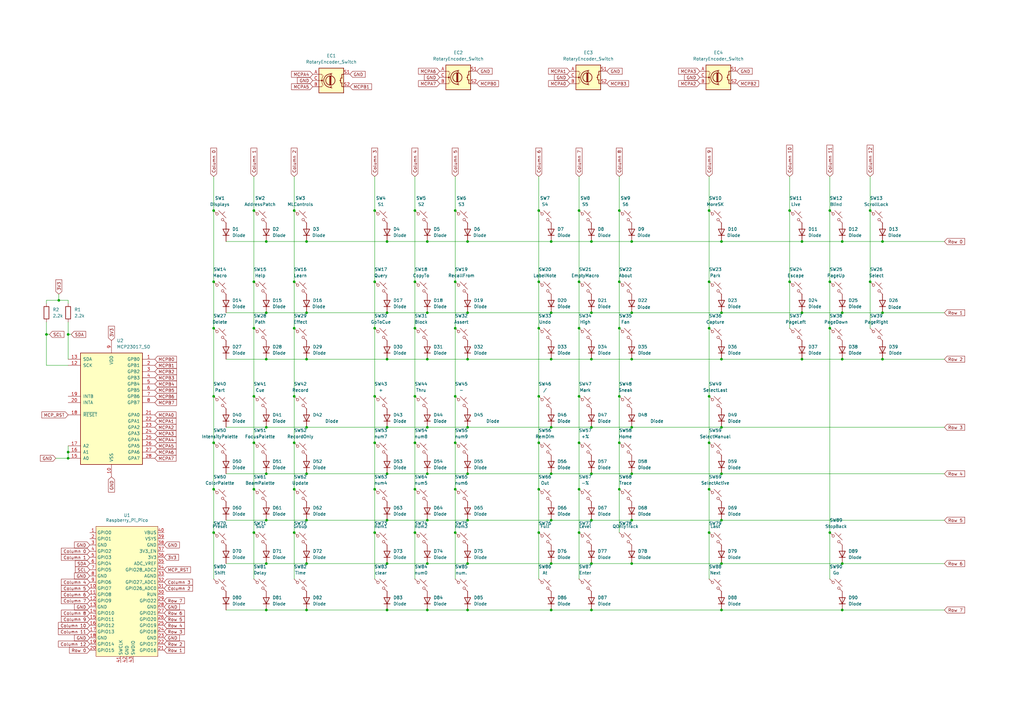
<source format=kicad_sch>
(kicad_sch (version 20231120) (generator "eeschema") (generator_version "8.0")
  (paper "A3")
  (title_block (title "Element Wing") (date "2024-12-15") (rev "1") (company "Jamie Cole"))
  (junction (at 175.26 231.14))
  (junction (at 295.91 231.14))
  (junction (at 175.26 147.32))
  (junction (at 125.73 250.19))
  (junction (at 153.67 181.61))
  (junction (at 191.77 231.14))
  (junction (at 191.77 99.06))
  (junction (at 328.93 147.32))
  (junction (at 220.98 181.61))
  (junction (at 191.77 128.27))
  (junction (at 220.98 200.66))
  (junction (at 19.05 137.16))
  (junction (at 170.18 200.66))
  (junction (at 259.08 147.32))
  (junction (at 242.57 147.32))
  (junction (at 242.57 250.19))
  (junction (at 109.22 147.32))
  (junction (at 170.18 162.56))
  (junction (at 170.18 218.44))
  (junction (at 158.75 175.26))
  (junction (at 186.69 200.66))
  (junction (at 104.14 200.66))
  (junction (at 340.36 115.57))
  (junction (at 120.65 181.61))
  (junction (at 237.49 162.56))
  (junction (at 259.08 213.36))
  (junction (at 158.75 128.27))
  (junction (at 175.26 213.36))
  (junction (at 290.83 162.56))
  (junction (at 158.75 231.14))
  (junction (at 153.67 200.66))
  (junction (at 242.57 213.36))
  (junction (at 323.85 86.36))
  (junction (at 340.36 86.36))
  (junction (at 254 86.36))
  (junction (at 323.85 115.57))
  (junction (at 226.06 99.06))
  (junction (at 125.73 99.06))
  (junction (at 104.14 162.56))
  (junction (at 226.06 147.32))
  (junction (at 237.49 86.36))
  (junction (at 295.91 213.36))
  (junction (at 191.77 147.32))
  (junction (at 259.08 194.31))
  (junction (at 356.87 115.57))
  (junction (at 226.06 213.36))
  (junction (at 242.57 231.14))
  (junction (at 175.26 175.26))
  (junction (at 153.67 115.57))
  (junction (at 295.91 147.32))
  (junction (at 175.26 128.27))
  (junction (at 220.98 162.56))
  (junction (at 87.63 86.36))
  (junction (at 24.13 123.19))
  (junction (at 340.36 134.62))
  (junction (at 290.83 181.61))
  (junction (at 170.18 134.62))
  (junction (at 328.93 99.06))
  (junction (at 295.91 99.06))
  (junction (at 191.77 213.36))
  (junction (at 290.83 134.62))
  (junction (at 125.73 175.26))
  (junction (at 125.73 231.14))
  (junction (at 120.65 200.66))
  (junction (at 186.69 86.36))
  (junction (at 295.91 128.27))
  (junction (at 87.63 162.56))
  (junction (at 186.69 115.57))
  (junction (at 254 162.56))
  (junction (at 259.08 231.14))
  (junction (at 104.14 134.62))
  (junction (at 191.77 175.26))
  (junction (at 237.49 115.57))
  (junction (at 104.14 86.36))
  (junction (at 345.44 147.32))
  (junction (at 191.77 194.31))
  (junction (at 226.06 175.26))
  (junction (at 87.63 134.62))
  (junction (at 242.57 175.26))
  (junction (at 125.73 194.31))
  (junction (at 125.73 213.36))
  (junction (at 158.75 250.19))
  (junction (at 254 115.57))
  (junction (at 345.44 128.27))
  (junction (at 220.98 134.62))
  (junction (at 170.18 181.61))
  (junction (at 87.63 200.66))
  (junction (at 153.67 86.36))
  (junction (at 153.67 218.44))
  (junction (at 104.14 218.44))
  (junction (at 254 200.66))
  (junction (at 226.06 194.31))
  (junction (at 120.65 218.44))
  (junction (at 27.94 185.42))
  (junction (at 226.06 231.14))
  (junction (at 175.26 194.31))
  (junction (at 259.08 175.26))
  (junction (at 361.95 128.27))
  (junction (at 242.57 99.06))
  (junction (at 87.63 115.57))
  (junction (at 290.83 115.57))
  (junction (at 361.95 99.06))
  (junction (at 158.75 194.31))
  (junction (at 109.22 213.36))
  (junction (at 191.77 250.19))
  (junction (at 120.65 115.57))
  (junction (at 186.69 218.44))
  (junction (at 295.91 175.26))
  (junction (at 109.22 194.31))
  (junction (at 109.22 250.19))
  (junction (at 237.49 181.61))
  (junction (at 158.75 213.36))
  (junction (at 186.69 162.56))
  (junction (at 290.83 218.44))
  (junction (at 170.18 86.36))
  (junction (at 361.95 147.32))
  (junction (at 153.67 162.56))
  (junction (at 226.06 250.19))
  (junction (at 254 181.61))
  (junction (at 345.44 99.06))
  (junction (at 242.57 128.27))
  (junction (at 109.22 175.26))
  (junction (at 259.08 99.06))
  (junction (at 120.65 86.36))
  (junction (at 220.98 86.36))
  (junction (at 104.14 115.57))
  (junction (at 345.44 231.14))
  (junction (at 295.91 194.31))
  (junction (at 125.73 128.27))
  (junction (at 237.49 134.62))
  (junction (at 328.93 128.27))
  (junction (at 125.73 147.32))
  (junction (at 237.49 218.44))
  (junction (at 186.69 134.62))
  (junction (at 109.22 231.14))
  (junction (at 290.83 200.66))
  (junction (at 295.91 250.19))
  (junction (at 237.49 200.66))
  (junction (at 87.63 181.61))
  (junction (at 345.44 250.19))
  (junction (at 242.57 194.31))
  (junction (at 226.06 128.27))
  (junction (at 290.83 86.36))
  (junction (at 170.18 115.57))
  (junction (at 220.98 218.44))
  (junction (at 104.14 181.61))
  (junction (at 175.26 250.19))
  (junction (at 220.98 115.57))
  (junction (at 356.87 86.36))
  (junction (at 109.22 128.27))
  (junction (at 27.94 187.96))
  (junction (at 175.26 99.06))
  (junction (at 158.75 147.32))
  (junction (at 340.36 218.44))
  (junction (at 120.65 162.56))
  (junction (at 158.75 99.06))
  (junction (at 27.94 137.16))
  (junction (at 87.63 218.44))
  (junction (at 254 134.62))
  (junction (at 186.69 181.61))
  (junction (at 120.65 134.62))
  (junction (at 153.67 134.62))
  (junction (at 259.08 128.27))
  (junction (at 109.22 99.06))
  (wire (pts (xy 158.75 250.19) (xy 175.26 250.19)))
  (wire (pts (xy 191.77 147.32) (xy 226.06 147.32)))
  (wire (pts (xy 290.83 115.57) (xy 290.83 134.62)))
  (wire (pts (xy 356.87 86.36) (xy 356.87 115.57)))
  (wire (pts (xy 120.65 86.36) (xy 120.65 115.57)))
  (wire (pts (xy 109.22 175.26) (xy 125.73 175.26)))
  (wire (pts (xy 295.91 250.19) (xy 242.57 250.19)))
  (wire (pts (xy 158.75 99.06) (xy 175.26 99.06)))
  (wire (pts (xy 254 115.57) (xy 254 134.62)))
  (wire (pts (xy 170.18 200.66) (xy 170.18 218.44)))
  (wire (pts (xy 340.36 72.39) (xy 340.36 86.36)))
  (wire (pts (xy 175.26 194.31) (xy 191.77 194.31)))
  (wire (pts (xy 153.67 162.56) (xy 153.67 181.61)))
  (wire (pts (xy 220.98 181.61) (xy 220.98 200.66)))
  (wire (pts (xy 158.75 128.27) (xy 175.26 128.27)))
  (wire (pts (xy 220.98 134.62) (xy 220.98 162.56)))
  (wire (pts (xy 226.06 250.19) (xy 242.57 250.19)))
  (wire (pts (xy 186.69 218.44) (xy 186.69 237.49)))
  (wire (pts (xy 92.71 213.36) (xy 109.22 213.36)))
  (wire (pts (xy 24.13 123.19) (xy 27.94 123.19)))
  (wire (pts (xy 125.73 128.27) (xy 158.75 128.27)))
  (wire (pts (xy 22.86 187.96) (xy 27.94 187.96)))
  (wire (pts (xy 27.94 185.42) (xy 27.94 187.96)))
  (wire (pts (xy 120.65 134.62) (xy 120.65 162.56)))
  (wire (pts (xy 323.85 115.57) (xy 323.85 134.62)))
  (wire (pts (xy 153.67 134.62) (xy 153.67 162.56)))
  (wire (pts (xy 254 134.62) (xy 254 162.56)))
  (wire (pts (xy 186.69 86.36) (xy 186.69 115.57)))
  (wire (pts (xy 186.69 181.61) (xy 186.69 200.66)))
  (wire (pts (xy 19.05 137.16) (xy 20.32 137.16)))
  (wire (pts (xy 328.93 128.27) (xy 345.44 128.27)))
  (wire (pts (xy 87.63 200.66) (xy 87.63 218.44)))
  (wire (pts (xy 259.08 175.26) (xy 295.91 175.26)))
  (wire (pts (xy 191.77 194.31) (xy 226.06 194.31)))
  (wire (pts (xy 226.06 194.31) (xy 242.57 194.31)))
  (wire (pts (xy 109.22 213.36) (xy 125.73 213.36)))
  (wire (pts (xy 290.83 134.62) (xy 290.83 162.56)))
  (wire (pts (xy 259.08 128.27) (xy 295.91 128.27)))
  (wire (pts (xy 109.22 231.14) (xy 125.73 231.14)))
  (wire (pts (xy 220.98 162.56) (xy 220.98 181.61)))
  (wire (pts (xy 290.83 218.44) (xy 290.83 237.49)))
  (wire (pts (xy 328.93 99.06) (xy 345.44 99.06)))
  (wire (pts (xy 361.95 147.32) (xy 387.35 147.32)))
  (wire (pts (xy 295.91 99.06) (xy 328.93 99.06)))
  (wire (pts (xy 125.73 213.36) (xy 158.75 213.36)))
  (wire (pts (xy 87.63 86.36) (xy 87.63 115.57)))
  (wire (pts (xy 158.75 213.36) (xy 175.26 213.36)))
  (wire (pts (xy 87.63 218.44) (xy 87.63 237.49)))
  (wire (pts (xy 340.36 218.44) (xy 340.36 237.49)))
  (wire (pts (xy 27.94 132.08) (xy 27.94 137.16)))
  (wire (pts (xy 109.22 194.31) (xy 125.73 194.31)))
  (wire (pts (xy 226.06 128.27) (xy 242.57 128.27)))
  (wire (pts (xy 27.94 137.16) (xy 27.94 147.32)))
  (wire (pts (xy 27.94 123.19) (xy 27.94 124.46)))
  (wire (pts (xy 237.49 181.61) (xy 237.49 200.66)))
  (wire (pts (xy 259.08 147.32) (xy 295.91 147.32)))
  (wire (pts (xy 361.95 128.27) (xy 387.35 128.27)))
  (wire (pts (xy 19.05 123.19) (xy 19.05 124.46)))
  (wire (pts (xy 237.49 72.39) (xy 237.49 86.36)))
  (wire (pts (xy 170.18 181.61) (xy 170.18 200.66)))
  (wire (pts (xy 226.06 99.06) (xy 242.57 99.06)))
  (wire (pts (xy 295.91 250.19) (xy 345.44 250.19)))
  (wire (pts (xy 125.73 250.19) (xy 158.75 250.19)))
  (wire (pts (xy 104.14 181.61) (xy 104.14 200.66)))
  (wire (pts (xy 175.26 231.14) (xy 191.77 231.14)))
  (wire (pts (xy 125.73 175.26) (xy 158.75 175.26)))
  (wire (pts (xy 340.36 134.62) (xy 340.36 218.44)))
  (wire (pts (xy 120.65 115.57) (xy 120.65 134.62)))
  (wire (pts (xy 237.49 115.57) (xy 237.49 134.62)))
  (wire (pts (xy 158.75 194.31) (xy 175.26 194.31)))
  (wire (pts (xy 323.85 72.39) (xy 323.85 86.36)))
  (wire (pts (xy 87.63 181.61) (xy 87.63 200.66)))
  (wire (pts (xy 24.13 120.65) (xy 24.13 123.19)))
  (wire (pts (xy 87.63 162.56) (xy 87.63 181.61)))
  (wire (pts (xy 120.65 200.66) (xy 120.65 218.44)))
  (wire (pts (xy 19.05 137.16) (xy 19.05 132.08)))
  (wire (pts (xy 87.63 72.39) (xy 87.63 86.36)))
  (wire (pts (xy 361.95 99.06) (xy 387.35 99.06)))
  (wire (pts (xy 259.08 99.06) (xy 295.91 99.06)))
  (wire (pts (xy 295.91 175.26) (xy 387.35 175.26)))
  (wire (pts (xy 158.75 147.32) (xy 175.26 147.32)))
  (wire (pts (xy 191.77 99.06) (xy 226.06 99.06)))
  (wire (pts (xy 120.65 181.61) (xy 120.65 200.66)))
  (wire (pts (xy 220.98 218.44) (xy 220.98 237.49)))
  (wire (pts (xy 186.69 134.62) (xy 186.69 162.56)))
  (wire (pts (xy 242.57 99.06) (xy 259.08 99.06)))
  (wire (pts (xy 153.67 181.61) (xy 153.67 200.66)))
  (wire (pts (xy 104.14 218.44) (xy 104.14 237.49)))
  (wire (pts (xy 254 181.61) (xy 254 200.66)))
  (wire (pts (xy 191.77 128.27) (xy 226.06 128.27)))
  (wire (pts (xy 153.67 200.66) (xy 153.67 218.44)))
  (wire (pts (xy 109.22 128.27) (xy 125.73 128.27)))
  (wire (pts (xy 175.26 147.32) (xy 191.77 147.32)))
  (wire (pts (xy 323.85 86.36) (xy 323.85 115.57)))
  (wire (pts (xy 92.71 250.19) (xy 109.22 250.19)))
  (wire (pts (xy 153.67 218.44) (xy 153.67 237.49)))
  (wire (pts (xy 345.44 250.19) (xy 387.35 250.19)))
  (wire (pts (xy 345.44 99.06) (xy 361.95 99.06)))
  (wire (pts (xy 175.26 128.27) (xy 191.77 128.27)))
  (wire (pts (xy 170.18 115.57) (xy 170.18 134.62)))
  (wire (pts (xy 259.08 213.36) (xy 295.91 213.36)))
  (wire (pts (xy 226.06 147.32) (xy 242.57 147.32)))
  (wire (pts (xy 295.91 128.27) (xy 328.93 128.27)))
  (wire (pts (xy 104.14 115.57) (xy 104.14 134.62)))
  (wire (pts (xy 186.69 162.56) (xy 186.69 181.61)))
  (wire (pts (xy 104.14 134.62) (xy 104.14 162.56)))
  (wire (pts (xy 170.18 162.56) (xy 170.18 181.61)))
  (wire (pts (xy 27.94 137.16) (xy 29.21 137.16)))
  (wire (pts (xy 345.44 231.14) (xy 387.35 231.14)))
  (wire (pts (xy 186.69 115.57) (xy 186.69 134.62)))
  (wire (pts (xy 295.91 231.14) (xy 345.44 231.14)))
  (wire (pts (xy 120.65 72.39) (xy 120.65 86.36)))
  (wire (pts (xy 109.22 99.06) (xy 125.73 99.06)))
  (wire (pts (xy 242.57 175.26) (xy 259.08 175.26)))
  (wire (pts (xy 237.49 86.36) (xy 237.49 115.57)))
  (wire (pts (xy 191.77 175.26) (xy 226.06 175.26)))
  (wire (pts (xy 290.83 162.56) (xy 290.83 181.61)))
  (wire (pts (xy 220.98 115.57) (xy 220.98 134.62)))
  (wire (pts (xy 87.63 115.57) (xy 87.63 134.62)))
  (wire (pts (xy 158.75 231.14) (xy 175.26 231.14)))
  (wire (pts (xy 186.69 72.39) (xy 186.69 86.36)))
  (wire (pts (xy 254 72.39) (xy 254 86.36)))
  (wire (pts (xy 125.73 194.31) (xy 158.75 194.31)))
  (wire (pts (xy 109.22 147.32) (xy 125.73 147.32)))
  (wire (pts (xy 92.71 99.06) (xy 109.22 99.06)))
  (wire (pts (xy 290.83 200.66) (xy 290.83 218.44)))
  (wire (pts (xy 242.57 147.32) (xy 259.08 147.32)))
  (wire (pts (xy 170.18 218.44) (xy 170.18 237.49)))
  (wire (pts (xy 92.71 147.32) (xy 109.22 147.32)))
  (wire (pts (xy 220.98 86.36) (xy 220.98 115.57)))
  (wire (pts (xy 295.91 213.36) (xy 387.35 213.36)))
  (wire (pts (xy 27.94 149.86) (xy 19.05 149.86)))
  (wire (pts (xy 340.36 115.57) (xy 340.36 134.62)))
  (wire (pts (xy 170.18 134.62) (xy 170.18 162.56)))
  (wire (pts (xy 290.83 181.61) (xy 290.83 200.66)))
  (wire (pts (xy 226.06 175.26) (xy 242.57 175.26)))
  (wire (pts (xy 87.63 134.62) (xy 87.63 162.56)))
  (wire (pts (xy 19.05 149.86) (xy 19.05 137.16)))
  (wire (pts (xy 242.57 194.31) (xy 259.08 194.31)))
  (wire (pts (xy 345.44 147.32) (xy 361.95 147.32)))
  (wire (pts (xy 242.57 231.14) (xy 259.08 231.14)))
  (wire (pts (xy 191.77 213.36) (xy 226.06 213.36)))
  (wire (pts (xy 125.73 147.32) (xy 158.75 147.32)))
  (wire (pts (xy 120.65 218.44) (xy 120.65 237.49)))
  (wire (pts (xy 237.49 162.56) (xy 237.49 181.61)))
  (wire (pts (xy 290.83 86.36) (xy 290.83 115.57)))
  (wire (pts (xy 125.73 99.06) (xy 158.75 99.06)))
  (wire (pts (xy 356.87 115.57) (xy 356.87 134.62)))
  (wire (pts (xy 120.65 162.56) (xy 120.65 181.61)))
  (wire (pts (xy 237.49 134.62) (xy 237.49 162.56)))
  (wire (pts (xy 226.06 213.36) (xy 242.57 213.36)))
  (wire (pts (xy 92.71 175.26) (xy 109.22 175.26)))
  (wire (pts (xy 290.83 72.39) (xy 290.83 86.36)))
  (wire (pts (xy 92.71 128.27) (xy 109.22 128.27)))
  (wire (pts (xy 104.14 200.66) (xy 104.14 218.44)))
  (wire (pts (xy 175.26 213.36) (xy 191.77 213.36)))
  (wire (pts (xy 345.44 128.27) (xy 361.95 128.27)))
  (wire (pts (xy 153.67 72.39) (xy 153.67 86.36)))
  (wire (pts (xy 254 200.66) (xy 254 218.44)))
  (wire (pts (xy 104.14 162.56) (xy 104.14 181.61)))
  (wire (pts (xy 356.87 72.39) (xy 356.87 86.36)))
  (wire (pts (xy 186.69 200.66) (xy 186.69 218.44)))
  (wire (pts (xy 153.67 115.57) (xy 153.67 134.62)))
  (wire (pts (xy 191.77 231.14) (xy 226.06 231.14)))
  (wire (pts (xy 328.93 147.32) (xy 345.44 147.32)))
  (wire (pts (xy 170.18 86.36) (xy 170.18 115.57)))
  (wire (pts (xy 158.75 175.26) (xy 175.26 175.26)))
  (wire (pts (xy 24.13 123.19) (xy 19.05 123.19)))
  (wire (pts (xy 237.49 200.66) (xy 237.49 218.44)))
  (wire (pts (xy 259.08 231.14) (xy 295.91 231.14)))
  (wire (pts (xy 170.18 72.39) (xy 170.18 86.36)))
  (wire (pts (xy 175.26 175.26) (xy 191.77 175.26)))
  (wire (pts (xy 27.94 182.88) (xy 27.94 185.42)))
  (wire (pts (xy 153.67 86.36) (xy 153.67 115.57)))
  (wire (pts (xy 92.71 194.31) (xy 109.22 194.31)))
  (wire (pts (xy 295.91 147.32) (xy 328.93 147.32)))
  (wire (pts (xy 259.08 194.31) (xy 295.91 194.31)))
  (wire (pts (xy 175.26 99.06) (xy 191.77 99.06)))
  (wire (pts (xy 340.36 86.36) (xy 340.36 115.57)))
  (wire (pts (xy 220.98 72.39) (xy 220.98 86.36)))
  (wire (pts (xy 254 86.36) (xy 254 115.57)))
  (wire (pts (xy 242.57 128.27) (xy 259.08 128.27)))
  (wire (pts (xy 191.77 250.19) (xy 226.06 250.19)))
  (wire (pts (xy 237.49 218.44) (xy 237.49 237.49)))
  (wire (pts (xy 92.71 231.14) (xy 109.22 231.14)))
  (wire (pts (xy 109.22 250.19) (xy 125.73 250.19)))
  (wire (pts (xy 125.73 231.14) (xy 158.75 231.14)))
  (wire (pts (xy 104.14 72.39) (xy 104.14 86.36)))
  (wire (pts (xy 226.06 231.14) (xy 242.57 231.14)))
  (wire (pts (xy 295.91 194.31) (xy 387.35 194.31)))
  (wire (pts (xy 220.98 200.66) (xy 220.98 218.44)))
  (wire (pts (xy 242.57 213.36) (xy 259.08 213.36)))
  (wire (pts (xy 175.26 250.19) (xy 191.77 250.19)))
  (wire (pts (xy 254 162.56) (xy 254 181.61)))
  (wire (pts (xy 104.14 86.36) (xy 104.14 115.57)))
  (global_label "MCPB0" (shape input) (at 63.5 147.32 0) (property "Intersheetrefs" "${INTERSHEET_REFS}" (effects (hide yes))))
  (global_label "GND" (shape input) (at 248.92 29.21 0) (property "Intersheetrefs" "${INTERSHEET_REFS}" (effects (hide yes))))
  (global_label "GND" (shape input) (at 36.83 236.22 180) (property "Intersheetrefs" "${INTERSHEET_REFS}" (effects (hide yes))))
  (global_label "MCPA0" (shape input) (at 233.68 34.29 180) (property "Intersheetrefs" "${INTERSHEET_REFS}" (effects (hide yes))))
  (global_label "Column 12" (shape input) (at 36.83 264.16 180) (property "Intersheetrefs" "${INTERSHEET_REFS}" (effects (hide yes))))
  (global_label "MCPA1" (shape input) (at 233.68 29.21 180) (property "Intersheetrefs" "${INTERSHEET_REFS}" (effects (hide yes))))
  (global_label "Column 1" (shape input) (at 104.14 72.39 90) (property "Intersheetrefs" "${INTERSHEET_REFS}" (effects (hide yes))))
  (global_label "Row 6" (shape input) (at 387.35 231.14 0) (property "Intersheetrefs" "${INTERSHEET_REFS}" (effects (hide yes))))
  (global_label "MCPA0" (shape input) (at 63.5 170.18 0) (property "Intersheetrefs" "${INTERSHEET_REFS}" (effects (hide yes))))
  (global_label "Column 6" (shape input) (at 220.98 72.39 90) (property "Intersheetrefs" "${INTERSHEET_REFS}" (effects (hide yes))))
  (global_label "Column 0" (shape input) (at 36.83 226.06 180) (property "Intersheetrefs" "${INTERSHEET_REFS}" (effects (hide yes))))
  (global_label "Row 2" (shape input) (at 67.31 264.16 0) (property "Intersheetrefs" "${INTERSHEET_REFS}" (effects (hide yes))))
  (global_label "MCPA6" (shape input) (at 180.34 29.21 180) (property "Intersheetrefs" "${INTERSHEET_REFS}" (effects (hide yes))))
  (global_label "SCL" (shape input) (at 20.32 137.16 0) (property "Intersheetrefs" "${INTERSHEET_REFS}" (effects (hide yes))))
  (global_label "MCPA4" (shape input) (at 63.5 180.34 0) (property "Intersheetrefs" "${INTERSHEET_REFS}" (effects (hide yes))))
  (global_label "Column 1" (shape input) (at 36.83 228.6 180) (property "Intersheetrefs" "${INTERSHEET_REFS}" (effects (hide yes))))
  (global_label "MCP_RST" (shape input) (at 67.31 233.68 0) (property "Intersheetrefs" "${INTERSHEET_REFS}" (effects (hide yes))))
  (global_label "Column 5" (shape input) (at 36.83 241.3 180) (property "Intersheetrefs" "${INTERSHEET_REFS}" (effects (hide yes))))
  (global_label "GND" (shape input) (at 22.86 187.96 180) (property "Intersheetrefs" "${INTERSHEET_REFS}" (effects (hide yes))))
  (global_label "Column 10" (shape input) (at 36.83 256.54 180) (property "Intersheetrefs" "${INTERSHEET_REFS}" (effects (hide yes))))
  (global_label "GND" (shape input) (at 45.72 195.58 270) (property "Intersheetrefs" "${INTERSHEET_REFS}" (effects (hide yes))))
  (global_label "Column 3" (shape input) (at 153.67 72.39 90) (property "Intersheetrefs" "${INTERSHEET_REFS}" (effects (hide yes))))
  (global_label "Column 5" (shape input) (at 186.69 72.39 90) (property "Intersheetrefs" "${INTERSHEET_REFS}" (effects (hide yes))))
  (global_label "GND" (shape input) (at 302.26 29.21 0) (property "Intersheetrefs" "${INTERSHEET_REFS}" (effects (hide yes))))
  (global_label "Row 7" (shape input) (at 67.31 246.38 0) (property "Intersheetrefs" "${INTERSHEET_REFS}" (effects (hide yes))))
  (global_label "MCPB6" (shape input) (at 63.5 162.56 0) (property "Intersheetrefs" "${INTERSHEET_REFS}" (effects (hide yes))))
  (global_label "GND" (shape input) (at 143.51 30.48 0) (property "Intersheetrefs" "${INTERSHEET_REFS}" (effects (hide yes))))
  (global_label "Column 6" (shape input) (at 36.83 243.84 180) (property "Intersheetrefs" "${INTERSHEET_REFS}" (effects (hide yes))))
  (global_label "Row 0" (shape input) (at 36.83 266.7 180) (property "Intersheetrefs" "${INTERSHEET_REFS}" (effects (hide yes))))
  (global_label "Column 4" (shape input) (at 170.18 72.39 90) (property "Intersheetrefs" "${INTERSHEET_REFS}" (effects (hide yes))))
  (global_label "MCPA1" (shape input) (at 63.5 172.72 0) (property "Intersheetrefs" "${INTERSHEET_REFS}" (effects (hide yes))))
  (global_label "MCPA6" (shape input) (at 63.5 185.42 0) (property "Intersheetrefs" "${INTERSHEET_REFS}" (effects (hide yes))))
  (global_label "Column 7" (shape input) (at 237.49 72.39 90) (property "Intersheetrefs" "${INTERSHEET_REFS}" (effects (hide yes))))
  (global_label "MCPB2" (shape input) (at 302.26 34.29 0) (property "Intersheetrefs" "${INTERSHEET_REFS}" (effects (hide yes))))
  (global_label "GND" (shape input) (at 233.68 31.75 180) (property "Intersheetrefs" "${INTERSHEET_REFS}" (effects (hide yes))))
  (global_label "3V3" (shape input) (at 24.13 120.65 90) (property "Intersheetrefs" "${INTERSHEET_REFS}" (effects (hide yes))))
  (global_label "GND" (shape input) (at 67.31 223.52 0) (property "Intersheetrefs" "${INTERSHEET_REFS}" (effects (hide yes))))
  (global_label "GND" (shape input) (at 67.31 261.62 0) (property "Intersheetrefs" "${INTERSHEET_REFS}" (effects (hide yes))))
  (global_label "MCPB2" (shape input) (at 63.5 152.4 0) (property "Intersheetrefs" "${INTERSHEET_REFS}" (effects (hide yes))))
  (global_label "MCPA2" (shape input) (at 63.5 175.26 0) (property "Intersheetrefs" "${INTERSHEET_REFS}" (effects (hide yes))))
  (global_label "Column 9" (shape input) (at 290.83 72.39 90) (property "Intersheetrefs" "${INTERSHEET_REFS}" (effects (hide yes))))
  (global_label "Column 9" (shape input) (at 36.83 254 180) (property "Intersheetrefs" "${INTERSHEET_REFS}" (effects (hide yes))))
  (global_label "MCPB3" (shape input) (at 248.92 34.29 0) (property "Intersheetrefs" "${INTERSHEET_REFS}" (effects (hide yes))))
  (global_label "Row 2" (shape input) (at 387.35 147.32 0) (property "Intersheetrefs" "${INTERSHEET_REFS}" (effects (hide yes))))
  (global_label "Row 4" (shape input) (at 387.35 194.31 0) (property "Intersheetrefs" "${INTERSHEET_REFS}" (effects (hide yes))))
  (global_label "Row 5" (shape input) (at 67.31 254 0) (property "Intersheetrefs" "${INTERSHEET_REFS}" (effects (hide yes))))
  (global_label "MCPA2" (shape input) (at 287.02 34.29 180) (property "Intersheetrefs" "${INTERSHEET_REFS}" (effects (hide yes))))
  (global_label "Column 8" (shape input) (at 36.83 251.46 180) (property "Intersheetrefs" "${INTERSHEET_REFS}" (effects (hide yes))))
  (global_label "MCPA7" (shape input) (at 63.5 187.96 0) (property "Intersheetrefs" "${INTERSHEET_REFS}" (effects (hide yes))))
  (global_label "MCPA3" (shape input) (at 287.02 29.21 180) (property "Intersheetrefs" "${INTERSHEET_REFS}" (effects (hide yes))))
  (global_label "GND" (shape input) (at 36.83 223.52 180) (property "Intersheetrefs" "${INTERSHEET_REFS}" (effects (hide yes))))
  (global_label "Row 5" (shape input) (at 387.35 213.36 0) (property "Intersheetrefs" "${INTERSHEET_REFS}" (effects (hide yes))))
  (global_label "MCPB7" (shape input) (at 63.5 165.1 0) (property "Intersheetrefs" "${INTERSHEET_REFS}" (effects (hide yes))))
  (global_label "Column 2" (shape input) (at 67.31 241.3 0) (property "Intersheetrefs" "${INTERSHEET_REFS}" (effects (hide yes))))
  (global_label "MCPB3" (shape input) (at 63.5 154.94 0) (property "Intersheetrefs" "${INTERSHEET_REFS}" (effects (hide yes))))
  (global_label "Column 2" (shape input) (at 120.65 72.39 90) (property "Intersheetrefs" "${INTERSHEET_REFS}" (effects (hide yes))))
  (global_label "Column 11" (shape input) (at 36.83 259.08 180) (property "Intersheetrefs" "${INTERSHEET_REFS}" (effects (hide yes))))
  (global_label "GND" (shape input) (at 180.34 31.75 180) (property "Intersheetrefs" "${INTERSHEET_REFS}" (effects (hide yes))))
  (global_label "MCPA5" (shape input) (at 128.27 35.56 180) (property "Intersheetrefs" "${INTERSHEET_REFS}" (effects (hide yes))))
  (global_label "MCPA4" (shape input) (at 128.27 30.48 180) (property "Intersheetrefs" "${INTERSHEET_REFS}" (effects (hide yes))))
  (global_label "SDA" (shape input) (at 29.21 137.16 0) (property "Intersheetrefs" "${INTERSHEET_REFS}" (effects (hide yes))))
  (global_label "3V3" (shape input) (at 67.31 228.6 0) (property "Intersheetrefs" "${INTERSHEET_REFS}" (effects (hide yes))))
  (global_label "Column 11" (shape input) (at 340.36 72.39 90) (property "Intersheetrefs" "${INTERSHEET_REFS}" (effects (hide yes))))
  (global_label "MCPA5" (shape input) (at 63.5 182.88 0) (property "Intersheetrefs" "${INTERSHEET_REFS}" (effects (hide yes))))
  (global_label "Row 0" (shape input) (at 387.35 99.06 0) (property "Intersheetrefs" "${INTERSHEET_REFS}" (effects (hide yes))))
  (global_label "Row 4" (shape input) (at 67.31 256.54 0) (property "Intersheetrefs" "${INTERSHEET_REFS}" (effects (hide yes))))
  (global_label "GND" (shape input) (at 36.83 261.62 180) (property "Intersheetrefs" "${INTERSHEET_REFS}" (effects (hide yes))))
  (global_label "Column 3" (shape input) (at 67.31 238.76 0) (property "Intersheetrefs" "${INTERSHEET_REFS}" (effects (hide yes))))
  (global_label "MCPB0" (shape input) (at 195.58 34.29 0) (property "Intersheetrefs" "${INTERSHEET_REFS}" (effects (hide yes))))
  (global_label "GND" (shape input) (at 36.83 248.92 180) (property "Intersheetrefs" "${INTERSHEET_REFS}" (effects (hide yes))))
  (global_label "MCPA7" (shape input) (at 180.34 34.29 180) (property "Intersheetrefs" "${INTERSHEET_REFS}" (effects (hide yes))))
  (global_label "Row 6" (shape input) (at 67.31 251.46 0) (property "Intersheetrefs" "${INTERSHEET_REFS}" (effects (hide yes))))
  (global_label "3V3" (shape input) (at 45.72 139.7 90) (property "Intersheetrefs" "${INTERSHEET_REFS}" (effects (hide yes))))
  (global_label "Row 1" (shape input) (at 387.35 128.27 0) (property "Intersheetrefs" "${INTERSHEET_REFS}" (effects (hide yes))))
  (global_label "Column 4" (shape input) (at 36.83 238.76 180) (property "Intersheetrefs" "${INTERSHEET_REFS}" (effects (hide yes))))
  (global_label "MCPB5" (shape input) (at 63.5 160.02 0) (property "Intersheetrefs" "${INTERSHEET_REFS}" (effects (hide yes))))
  (global_label "Column 12" (shape input) (at 356.87 72.39 90) (property "Intersheetrefs" "${INTERSHEET_REFS}" (effects (hide yes))))
  (global_label "GND" (shape input) (at 67.31 248.92 0) (property "Intersheetrefs" "${INTERSHEET_REFS}" (effects (hide yes))))
  (global_label "MCP_RST" (shape input) (at 27.94 170.18 180) (property "Intersheetrefs" "${INTERSHEET_REFS}" (effects (hide yes))))
  (global_label "Row 1" (shape input) (at 67.31 266.7 0) (property "Intersheetrefs" "${INTERSHEET_REFS}" (effects (hide yes))))
  (global_label "GND" (shape input) (at 128.27 33.02 180) (property "Intersheetrefs" "${INTERSHEET_REFS}" (effects (hide yes))))
  (global_label "Column 8" (shape input) (at 254 72.39 90) (property "Intersheetrefs" "${INTERSHEET_REFS}" (effects (hide yes))))
  (global_label "Column 10" (shape input) (at 323.85 72.39 90) (property "Intersheetrefs" "${INTERSHEET_REFS}" (effects (hide yes))))
  (global_label "Row 3" (shape input) (at 387.35 175.26 0) (property "Intersheetrefs" "${INTERSHEET_REFS}" (effects (hide yes))))
  (global_label "GND" (shape input) (at 195.58 29.21 0) (property "Intersheetrefs" "${INTERSHEET_REFS}" (effects (hide yes))))
  (global_label "GND" (shape input) (at 287.02 31.75 180) (property "Intersheetrefs" "${INTERSHEET_REFS}" (effects (hide yes))))
  (global_label "MCPB4" (shape input) (at 63.5 157.48 0) (property "Intersheetrefs" "${INTERSHEET_REFS}" (effects (hide yes))))
  (global_label "MCPB1" (shape input) (at 143.51 35.56 0) (property "Intersheetrefs" "${INTERSHEET_REFS}" (effects (hide yes))))
  (global_label "Row 7" (shape input) (at 387.35 250.19 0) (property "Intersheetrefs" "${INTERSHEET_REFS}" (effects (hide yes))))
  (global_label "MCPB1" (shape input) (at 63.5 149.86 0) (property "Intersheetrefs" "${INTERSHEET_REFS}" (effects (hide yes))))
  (global_label "Row 3" (shape input) (at 67.31 259.08 0) (property "Intersheetrefs" "${INTERSHEET_REFS}" (effects (hide yes))))
  (global_label "Column 7" (shape input) (at 36.83 246.38 180) (property "Intersheetrefs" "${INTERSHEET_REFS}" (effects (hide yes))))
  (global_label "Column 0" (shape input) (at 87.63 72.39 90) (property "Intersheetrefs" "${INTERSHEET_REFS}" (effects (hide yes))))
  (global_label "SCL" (shape input) (at 36.83 233.68 180) (property "Intersheetrefs" "${INTERSHEET_REFS}" (effects (hide yes))))
  (global_label "SDA" (shape input) (at 36.83 231.14 180) (property "Intersheetrefs" "${INTERSHEET_REFS}" (effects (hide yes))))
  (global_label "MCPA3" (shape input) (at 63.5 177.8 0) (property "Intersheetrefs" "${INTERSHEET_REFS}" (effects (hide yes))))
  (symbol (lib_id "ScottoKeebs:Placeholder_Keyswitch") (at 156.21 240.03 0) (unit 1)
    (property "Reference" "SW83" (at 156.21 232.41 0))
    (property "Value" "clear" (at 156.21 234.95 0))
    (property "Footprint" "ScottoKeebs_MX:MX_PCB_1.00u" (effects (hide yes)))
    (property "Description" "Push button switch, normally open, two pins, 45° tilted" (effects (hide yes)))
  )
  (symbol (lib_id "ScottoKeebs:Placeholder_Diode") (at 92.71 143.51 90) (unit 1)
    (property "Reference" "D27" (at 95.25 142.2399 90) (effects (justify right)))
    (property "Value" "Diode" (at 95.25 144.7799 90) (effects (justify right)))
    (property "Footprint" "ScottoKeebs_Components:Diode_DO-35" (effects (hide yes)))
    (property "Description" "1N4148 (DO-35) or 1N4148W (SOD-123)" (effects (hide yes)))
    (property "Sim.Device" "D" (effects (hide yes)))
    (property "Sim.Pins" "1=K 2=A" (effects (hide yes)))
  )
  (symbol (lib_id "ScottoKeebs:Placeholder_Diode") (at 158.75 171.45 90) (unit 1)
    (property "Reference" "D43" (at 161.29 170.1799 90) (effects (justify right)))
    (property "Value" "Diode" (at 161.29 172.7199 90) (effects (justify right)))
    (property "Footprint" "ScottoKeebs_Components:Diode_DO-35" (effects (hide yes)))
    (property "Description" "1N4148 (DO-35) or 1N4148W (SOD-123)" (effects (hide yes)))
    (property "Sim.Device" "D" (effects (hide yes)))
    (property "Sim.Pins" "1=K 2=A" (effects (hide yes)))
  )
  (symbol (lib_id "Device:R") (at 27.94 128.27 0) (unit 1)
    (property "Reference" "R1" (at 30.48 126.9999 0) (effects (justify left)))
    (property "Value" "2.2k" (at 30.48 129.5399 0) (effects (justify left)))
    (property "Footprint" "Resistor_THT:R_Axial_DIN0207_L6.3mm_D2.5mm_P10.16mm_Horizontal" (effects (hide yes)))
    (property "Description" "Resistor" (effects (hide yes)))
  )
  (symbol (lib_id "ScottoKeebs:Placeholder_Diode") (at 361.95 124.46 90) (unit 1)
    (property "Reference" "D26" (at 364.49 123.1899 90) (effects (justify right)))
    (property "Value" "Diode" (at 364.236 125.984 90) (effects (justify right)))
    (property "Footprint" "ScottoKeebs_Components:Diode_DO-35" (effects (hide yes)))
    (property "Description" "1N4148 (DO-35) or 1N4148W (SOD-123)" (effects (hide yes)))
    (property "Sim.Device" "D" (effects (hide yes)))
    (property "Sim.Pins" "1=K 2=A" (effects (hide yes)))
  )
  (symbol (lib_id "ScottoKeebs:Placeholder_Diode") (at 92.71 227.33 90) (unit 1)
    (property "Reference" "D70" (at 95.25 226.0599 90) (effects (justify right)))
    (property "Value" "Diode" (at 95.25 228.5999 90) (effects (justify right)))
    (property "Footprint" "ScottoKeebs_Components:Diode_DO-35" (effects (hide yes)))
    (property "Description" "1N4148 (DO-35) or 1N4148W (SOD-123)" (effects (hide yes)))
    (property "Sim.Device" "D" (effects (hide yes)))
    (property "Sim.Pins" "1=K 2=A" (effects (hide yes)))
  )
  (symbol (lib_id "Interface_Expansion:MCP23017_SO") (at 45.72 167.64 0) (unit 1)
    (property "Reference" "U2" (at 47.9141 139.7 0) (effects (justify left)))
    (property "Value" "MCP23017_SO" (at 47.9141 142.24 0) (effects (justify left)))
    (property "Footprint" "Package_SO:SOIC-28W_7.5x17.9mm_P1.27mm" (effects (hide yes)))
    (property "Datasheet" "http://ww1.microchip.com/downloads/en/DeviceDoc/20001952C.pdf" (effects (hide yes)))
    (property "Description" "16-bit I/O expander, I2C, interrupts, w pull-ups, SOIC-28" (effects (hide yes)))
  )
  (symbol (lib_id "ScottoKeebs:Placeholder_Keyswitch") (at 123.19 240.03 0) (unit 1)
    (property "Reference" "SW82" (at 123.19 232.41 0))
    (property "Value" "Time" (at 123.19 234.95 0))
    (property "Footprint" "ScottoKeebs_MX:MX_PCB_1.00u" (effects (hide yes)))
    (property "Description" "Push button switch, normally open, two pins, 45° tilted" (effects (hide yes)))
  )
  (symbol (lib_id "ScottoKeebs:Placeholder_Diode") (at 92.71 246.38 90) (unit 1)
    (property "Reference" "D80" (at 95.25 245.1099 90) (effects (justify right)))
    (property "Value" "Diode" (at 95.25 247.6499 90) (effects (justify right)))
    (property "Footprint" "ScottoKeebs_Components:Diode_DO-35" (effects (hide yes)))
    (property "Description" "1N4148 (DO-35) or 1N4148W (SOD-123)" (effects (hide yes)))
    (property "Sim.Device" "D" (effects (hide yes)))
    (property "Sim.Pins" "1=K 2=A" (effects (hide yes)))
  )
  (symbol (lib_id "ScottoKeebs:Placeholder_Diode") (at 92.71 209.55 90) (unit 1)
    (property "Reference" "D60" (at 95.25 208.2799 90) (effects (justify right)))
    (property "Value" "Diode" (at 95.25 210.8199 90) (effects (justify right)))
    (property "Footprint" "ScottoKeebs_Components:Diode_DO-35" (effects (hide yes)))
    (property "Description" "1N4148 (DO-35) or 1N4148W (SOD-123)" (effects (hide yes)))
    (property "Sim.Device" "D" (effects (hide yes)))
    (property "Sim.Pins" "1=K 2=A" (effects (hide yes)))
  )
  (symbol (lib_id "ScottoKeebs:Placeholder_Keyswitch") (at 256.54 165.1 0) (unit 1)
    (property "Reference" "SW48" (at 256.54 157.48 0))
    (property "Value" "Sneak" (at 256.54 160.02 0))
    (property "Footprint" "ScottoKeebs_MX:MX_PCB_1.00u" (effects (hide yes)))
    (property "Description" "Push button switch, normally open, two pins, 45° tilted" (effects (hide yes)))
  )
  (symbol (lib_id "ScottoKeebs:Placeholder_Diode") (at 158.75 95.25 90) (unit 1)
    (property "Reference" "D4" (at 161.29 93.9799 90) (effects (justify right)))
    (property "Value" "Diode" (at 161.29 96.5199 90) (effects (justify right)))
    (property "Footprint" "ScottoKeebs_Components:Diode_DO-35" (effects (hide yes)))
    (property "Description" "1N4148 (DO-35) or 1N4148W (SOD-123)" (effects (hide yes)))
    (property "Sim.Device" "D" (effects (hide yes)))
    (property "Sim.Pins" "1=K 2=A" (effects (hide yes)))
  )
  (symbol (lib_id "ScottoKeebs:Placeholder_Diode") (at 125.73 171.45 90) (unit 1)
    (property "Reference" "D42" (at 128.27 170.1799 90) (effects (justify right)))
    (property "Value" "Diode" (at 133.35 172.7199 90) (effects (justify right)))
    (property "Footprint" "ScottoKeebs_Components:Diode_DO-35" (effects (hide yes)))
    (property "Description" "1N4148 (DO-35) or 1N4148W (SOD-123)" (effects (hide yes)))
    (property "Sim.Device" "D" (effects (hide yes)))
    (property "Sim.Pins" "1=K 2=A" (effects (hide yes)))
  )
  (symbol (lib_id "ScottoKeebs:Placeholder_Diode") (at 191.77 171.45 90) (unit 1)
    (property "Reference" "D45" (at 194.31 170.1799 90) (effects (justify right)))
    (property "Value" "Diode" (at 199.39 172.7199 90) (effects (justify right)))
    (property "Footprint" "ScottoKeebs_Components:Diode_DO-35" (effects (hide yes)))
    (property "Description" "1N4148 (DO-35) or 1N4148W (SOD-123)" (effects (hide yes)))
    (property "Sim.Device" "D" (effects (hide yes)))
    (property "Sim.Pins" "1=K 2=A" (effects (hide yes)))
  )
  (symbol (lib_id "ScottoKeebs:Placeholder_Keyswitch") (at 156.21 203.2 0) (unit 1)
    (property "Reference" "SW63" (at 156.21 195.58 0))
    (property "Value" "num4" (at 156.21 198.12 0))
    (property "Footprint" "ScottoKeebs_MX:MX_PCB_1.00u" (effects (hide yes)))
    (property "Description" "Push button switch, normally open, two pins, 45° tilted" (effects (hide yes)))
  )
  (symbol (lib_id "Device:RotaryEncoder_Switch") (at 241.3 31.75 0) (unit 1)
    (property "Reference" "EC3" (at 241.3 21.59 0))
    (property "Value" "RotaryEncoder_Switch" (at 241.3 24.13 0))
    (property "Footprint" "Rotary_Encoder:RotaryEncoder_Alps_EC11E-Switch_Vertical_H20mm" (effects (hide yes)))
    (property "Description" "Rotary encoder, dual channel, incremental quadrate outputs, with switch" (effects (hide yes)))
  )
  (symbol (lib_id "ScottoKeebs:Placeholder_Keyswitch") (at 172.72 240.03 0) (unit 1)
    (property "Reference" "SW84" (at 172.72 232.41 0))
    (property "Value" "num0" (at 172.72 234.95 0))
    (property "Footprint" "ScottoKeebs_MX:MX_PCB_1.00u" (effects (hide yes)))
    (property "Description" "Push button switch, normally open, two pins, 45° tilted" (effects (hide yes)))
  )
  (symbol (lib_id "ScottoKeebs:Placeholder_Keyswitch") (at 172.72 220.98 0) (unit 1)
    (property "Reference" "SW74" (at 172.72 214.63 0))
    (property "Value" "num2" (at 172.72 215.9 0))
    (property "Footprint" "ScottoKeebs_MX:MX_PCB_1.00u" (effects (hide yes)))
    (property "Description" "Push button switch, normally open, two pins, 45° tilted" (effects (hide yes)))
  )
  (symbol (lib_id "ScottoKeebs:Placeholder_Diode") (at 158.75 209.55 90) (unit 1)
    (property "Reference" "D63" (at 161.29 208.2799 90) (effects (justify right)))
    (property "Value" "Diode" (at 161.29 210.8199 90) (effects (justify right)))
    (property "Footprint" "ScottoKeebs_Components:Diode_DO-35" (effects (hide yes)))
    (property "Description" "1N4148 (DO-35) or 1N4148W (SOD-123)" (effects (hide yes)))
    (property "Sim.Device" "D" (effects (hide yes)))
    (property "Sim.Pins" "1=K 2=A" (effects (hide yes)))
  )
  (symbol (lib_id "ScottoKeebs:Placeholder_Diode") (at 158.75 227.33 90) (unit 1)
    (property "Reference" "D73" (at 161.29 226.0599 90) (effects (justify right)))
    (property "Value" "Diode" (at 161.29 228.5999 90) (effects (justify right)))
    (property "Footprint" "ScottoKeebs_Components:Diode_DO-35" (effects (hide yes)))
    (property "Description" "1N4148 (DO-35) or 1N4148W (SOD-123)" (effects (hide yes)))
    (property "Sim.Device" "D" (effects (hide yes)))
    (property "Sim.Pins" "1=K 2=A" (effects (hide yes)))
  )
  (symbol (lib_id "ScottoKeebs:Placeholder_Keyswitch") (at 189.23 240.03 0) (unit 1)
    (property "Reference" "SW85" (at 189.23 232.41 0))
    (property "Value" "num." (at 189.23 234.95 0))
    (property "Footprint" "ScottoKeebs_MX:MX_PCB_1.00u" (effects (hide yes)))
    (property "Description" "Push button switch, normally open, two pins, 45° tilted" (effects (hide yes)))
  )
  (symbol (lib_id "ScottoKeebs:Placeholder_Diode") (at 295.91 209.55 90) (unit 1)
    (property "Reference" "D69" (at 298.45 208.2799 90) (effects (justify right)))
    (property "Value" "Diode" (at 298.45 210.8199 90) (effects (justify right)))
    (property "Footprint" "ScottoKeebs_Components:Diode_DO-35" (effects (hide yes)))
    (property "Description" "1N4148 (DO-35) or 1N4148W (SOD-123)" (effects (hide yes)))
    (property "Sim.Device" "D" (effects (hide yes)))
    (property "Sim.Pins" "1=K 2=A" (effects (hide yes)))
  )
  (symbol (lib_id "ScottoKeebs:Placeholder_Diode") (at 328.93 124.46 90) (unit 1)
    (property "Reference" "D24" (at 331.47 123.1899 90) (effects (justify right)))
    (property "Value" "Diode" (at 331.47 125.7299 90) (effects (justify right)))
    (property "Footprint" "ScottoKeebs_Components:Diode_DO-35" (effects (hide yes)))
    (property "Description" "1N4148 (DO-35) or 1N4148W (SOD-123)" (effects (hide yes)))
    (property "Sim.Device" "D" (effects (hide yes)))
    (property "Sim.Pins" "1=K 2=A" (effects (hide yes)))
  )
  (symbol (lib_id "ScottoKeebs:Placeholder_Keyswitch") (at 156.21 220.98 0) (unit 1)
    (property "Reference" "SW73" (at 156.21 214.63 0))
    (property "Value" "num1" (at 156.21 215.9 0))
    (property "Footprint" "ScottoKeebs_MX:MX_PCB_1.00u" (effects (hide yes)))
    (property "Description" "Push button switch, normally open, two pins, 45° tilted" (effects (hide yes)))
  )
  (symbol (lib_id "ScottoKeebs:Placeholder_Diode") (at 345.44 246.38 90) (unit 1)
    (property "Reference" "D90" (at 347.98 245.1099 90) (effects (justify right)))
    (property "Value" "Diode" (at 347.98 247.6499 90) (effects (justify right)))
    (property "Footprint" "ScottoKeebs_Components:Diode_DO-35" (effects (hide yes)))
    (property "Description" "1N4148 (DO-35) or 1N4148W (SOD-123)" (effects (hide yes)))
    (property "Sim.Device" "D" (effects (hide yes)))
    (property "Sim.Pins" "1=K 2=A" (effects (hide yes)))
  )
  (symbol (lib_id "ScottoKeebs:Placeholder_Diode") (at 295.91 190.5 90) (unit 1)
    (property "Reference" "D59" (at 298.45 189.2299 90) (effects (justify right)))
    (property "Value" "Diode" (at 298.45 191.7699 90) (effects (justify right)))
    (property "Footprint" "ScottoKeebs_Components:Diode_DO-35" (effects (hide yes)))
    (property "Description" "1N4148 (DO-35) or 1N4148W (SOD-123)" (effects (hide yes)))
    (property "Sim.Device" "D" (effects (hide yes)))
    (property "Sim.Pins" "1=K 2=A" (effects (hide yes)))
  )
  (symbol (lib_id "ScottoKeebs:Placeholder_Diode") (at 175.26 143.51 90) (unit 1)
    (property "Reference" "D31" (at 177.8 142.2399 90) (effects (justify right)))
    (property "Value" "Diode" (at 177.8 144.7799 90) (effects (justify right)))
    (property "Footprint" "ScottoKeebs_Components:Diode_DO-35" (effects (hide yes)))
    (property "Description" "1N4148 (DO-35) or 1N4148W (SOD-123)" (effects (hide yes)))
    (property "Sim.Device" "D" (effects (hide yes)))
    (property "Sim.Pins" "1=K 2=A" (effects (hide yes)))
  )
  (symbol (lib_id "ScottoKeebs:Placeholder_Diode") (at 242.57 143.51 90) (unit 1)
    (property "Reference" "D34" (at 245.11 142.2399 90) (effects (justify right)))
    (property "Value" "Diode" (at 245.11 144.7799 90) (effects (justify right)))
    (property "Footprint" "ScottoKeebs_Components:Diode_DO-35" (effects (hide yes)))
    (property "Description" "1N4148 (DO-35) or 1N4148W (SOD-123)" (effects (hide yes)))
    (property "Sim.Device" "D" (effects (hide yes)))
    (property "Sim.Pins" "1=K 2=A" (effects (hide yes)))
  )
  (symbol (lib_id "ScottoKeebs:Placeholder_Diode") (at 92.71 95.25 90) (unit 1)
    (property "Reference" "D1" (at 95.25 93.9799 90) (effects (justify right)))
    (property "Value" "Diode" (at 95.25 96.5199 90) (effects (justify right)))
    (property "Footprint" "ScottoKeebs_Components:Diode_DO-35" (effects (hide yes)))
    (property "Description" "1N4148 (DO-35) or 1N4148W (SOD-123)" (effects (hide yes)))
    (property "Sim.Device" "D" (effects (hide yes)))
    (property "Sim.Pins" "1=K 2=A" (effects (hide yes)))
  )
  (symbol (lib_id "ScottoKeebs:Placeholder_Keyswitch") (at 172.72 88.9 0) (unit 1)
    (property "Reference" "SW5" (at 172.72 81.28 0))
    (property "Value" "S2" (at 172.72 83.82 0))
    (property "Footprint" "ScottoKeebs_MX:MX_PCB_1.00u" (effects (hide yes)))
    (property "Description" "Push button switch, normally open, two pins, 45° tilted" (effects (hide yes)))
  )
  (symbol (lib_id "ScottoKeebs:Placeholder_Keyswitch") (at 293.37 165.1 0) (unit 1)
    (property "Reference" "SW49" (at 293.37 157.48 0))
    (property "Value" "SelectLast" (at 293.37 160.02 0))
    (property "Footprint" "ScottoKeebs_MX:MX_PCB_1.00u" (effects (hide yes)))
    (property "Description" "Push button switch, normally open, two pins, 45° tilted" (effects (hide yes)))
  )
  (symbol (lib_id "ScottoKeebs:Placeholder_Diode") (at 242.57 124.46 90) (unit 1)
    (property "Reference" "D21" (at 245.11 123.1899 90) (effects (justify right)))
    (property "Value" "Diode" (at 245.11 125.7299 90) (effects (justify right)))
    (property "Footprint" "ScottoKeebs_Components:Diode_DO-35" (effects (hide yes)))
    (property "Description" "1N4148 (DO-35) or 1N4148W (SOD-123)" (effects (hide yes)))
    (property "Sim.Device" "D" (effects (hide yes)))
    (property "Sim.Pins" "1=K 2=A" (effects (hide yes)))
  )
  (symbol (lib_id "ScottoKeebs:Placeholder_Keyswitch") (at 90.17 165.1 0) (unit 1)
    (property "Reference" "SW40" (at 90.17 157.48 0))
    (property "Value" "Part" (at 90.17 160.02 0))
    (property "Footprint" "ScottoKeebs_MX:MX_PCB_1.00u" (effects (hide yes)))
    (property "Description" "Push button switch, normally open, two pins, 45° tilted" (effects (hide yes)))
  )
  (symbol (lib_id "ScottoKeebs:Placeholder_Diode") (at 259.08 190.5 90) (unit 1)
    (property "Reference" "D58" (at 261.62 189.2299 90) (effects (justify right)))
    (property "Value" "Diode" (at 261.62 191.7699 90) (effects (justify right)))
    (property "Footprint" "ScottoKeebs_Components:Diode_DO-35" (effects (hide yes)))
    (property "Description" "1N4148 (DO-35) or 1N4148W (SOD-123)" (effects (hide yes)))
    (property "Sim.Device" "D" (effects (hide yes)))
    (property "Sim.Pins" "1=K 2=A" (effects (hide yes)))
  )
  (symbol (lib_id "ScottoKeebs:Placeholder_Keyswitch") (at 293.37 118.11 0) (unit 1)
    (property "Reference" "SW23" (at 293.37 110.49 0))
    (property "Value" "Park" (at 293.37 113.03 0))
    (property "Footprint" "ScottoKeebs_MX:MX_PCB_1.00u" (effects (hide yes)))
    (property "Description" "Push button switch, normally open, two pins, 45° tilted" (effects (hide yes)))
  )
  (symbol (lib_id "ScottoKeebs:Placeholder_Keyswitch") (at 106.68 118.11 0) (unit 1)
    (property "Reference" "SW15" (at 106.68 110.49 0))
    (property "Value" "Help" (at 106.68 113.03 0))
    (property "Footprint" "ScottoKeebs_MX:MX_PCB_1.00u" (effects (hide yes)))
    (property "Description" "Push button switch, normally open, two pins, 45° tilted" (effects (hide yes)))
  )
  (symbol (lib_id "ScottoKeebs:Placeholder_Diode") (at 191.77 95.25 90) (unit 1)
    (property "Reference" "D6" (at 194.31 93.9799 90) (effects (justify right)))
    (property "Value" "Diode" (at 194.056 96.52 90) (effects (justify right)))
    (property "Footprint" "ScottoKeebs_Components:Diode_DO-35" (effects (hide yes)))
    (property "Description" "1N4148 (DO-35) or 1N4148W (SOD-123)" (effects (hide yes)))
    (property "Sim.Device" "D" (effects (hide yes)))
    (property "Sim.Pins" "1=K 2=A" (effects (hide yes)))
  )
  (symbol (lib_id "ScottoKeebs:Placeholder_Keyswitch") (at 123.19 88.9 0) (unit 1)
    (property "Reference" "SW3" (at 123.19 81.28 0))
    (property "Value" "MLControls" (at 123.19 83.82 0))
    (property "Footprint" "ScottoKeebs_MX:MX_PCB_1.00u" (effects (hide yes)))
    (property "Description" "Push button switch, normally open, two pins, 45° tilted" (effects (hide yes)))
  )
  (symbol (lib_id "ScottoKeebs:Placeholder_Keyswitch") (at 156.21 88.9 0) (unit 1)
    (property "Reference" "SW4" (at 156.21 81.28 0))
    (property "Value" "S1" (at 156.21 83.82 0))
    (property "Footprint" "ScottoKeebs_MX:MX_PCB_1.00u" (effects (hide yes)))
    (property "Description" "Push button switch, normally open, two pins, 45° tilted" (effects (hide yes)))
  )
  (symbol (lib_id "ScottoKeebs:Placeholder_Diode") (at 175.26 190.5 90) (unit 1)
    (property "Reference" "D54" (at 177.8 189.2299 90) (effects (justify right)))
    (property "Value" "Diode" (at 177.8 191.7699 90) (effects (justify right)))
    (property "Footprint" "ScottoKeebs_Components:Diode_DO-35" (effects (hide yes)))
    (property "Description" "1N4148 (DO-35) or 1N4148W (SOD-123)" (effects (hide yes)))
    (property "Sim.Device" "D" (effects (hide yes)))
    (property "Sim.Pins" "1=K 2=A" (effects (hide yes)))
  )
  (symbol (lib_id "ScottoKeebs:Placeholder_Diode") (at 242.57 171.45 90) (unit 1)
    (property "Reference" "D47" (at 245.11 170.1799 90) (effects (justify right)))
    (property "Value" "Diode" (at 245.11 172.7199 90) (effects (justify right)))
    (property "Footprint" "ScottoKeebs_Components:Diode_DO-35" (effects (hide yes)))
    (property "Description" "1N4148 (DO-35) or 1N4148W (SOD-123)" (effects (hide yes)))
    (property "Sim.Device" "D" (effects (hide yes)))
    (property "Sim.Pins" "1=K 2=A" (effects (hide yes)))
  )
  (symbol (lib_id "ScottoKeebs:Placeholder_Keyswitch") (at 256.54 137.16 0) (unit 1)
    (property "Reference" "SW35" (at 256.54 129.54 0))
    (property "Value" "Fan" (at 256.54 132.08 0))
    (property "Footprint" "ScottoKeebs_MX:MX_PCB_1.00u" (effects (hide yes)))
    (property "Description" "Push button switch, normally open, two pins, 45° tilted" (effects (hide yes)))
  )
  (symbol (lib_id "ScottoKeebs:Placeholder_Diode") (at 158.75 124.46 90) (unit 1)
    (property "Reference" "D17" (at 161.29 123.1899 90) (effects (justify right)))
    (property "Value" "Diode" (at 161.29 125.7299 90) (effects (justify right)))
    (property "Footprint" "ScottoKeebs_Components:Diode_DO-35" (effects (hide yes)))
    (property "Description" "1N4148 (DO-35) or 1N4148W (SOD-123)" (effects (hide yes)))
    (property "Sim.Device" "D" (effects (hide yes)))
    (property "Sim.Pins" "1=K 2=A" (effects (hide yes)))
  )
  (symbol (lib_id "ScottoKeebs:Placeholder_Keyswitch") (at 342.9 118.11 0) (unit 1)
    (property "Reference" "SW25" (at 342.9 110.49 0))
    (property "Value" "PageUp" (at 342.9 113.03 0))
    (property "Footprint" "ScottoKeebs_MX:MX_PCB_1.00u" (effects (hide yes)))
    (property "Description" "Push button switch, normally open, two pins, 45° tilted" (effects (hide yes)))
  )
  (symbol (lib_id "ScottoKeebs:Placeholder_Keyswitch") (at 123.19 203.2 0) (unit 1)
    (property "Reference" "SW62" (at 123.19 195.58 0))
    (property "Value" "Update" (at 123.19 198.12 0))
    (property "Footprint" "ScottoKeebs_MX:MX_PCB_1.00u" (effects (hide yes)))
    (property "Description" "Push button switch, normally open, two pins, 45° tilted" (effects (hide yes)))
  )
  (symbol (lib_id "ScottoKeebs:Placeholder_Keyswitch") (at 90.17 137.16 0) (unit 1)
    (property "Reference" "SW27" (at 90.17 129.54 0))
    (property "Value" "Delete" (at 90.17 132.08 0))
    (property "Footprint" "ScottoKeebs_MX:MX_PCB_1.00u" (effects (hide yes)))
    (property "Description" "Push button switch, normally open, two pins, 45° tilted" (effects (hide yes)))
  )
  (symbol (lib_id "ScottoKeebs:Placeholder_Diode") (at 295.91 124.46 90) (unit 1)
    (property "Reference" "D23" (at 298.45 123.1899 90) (effects (justify right)))
    (property "Value" "Diode" (at 298.45 125.7299 90) (effects (justify right)))
    (property "Footprint" "ScottoKeebs_Components:Diode_DO-35" (effects (hide yes)))
    (property "Description" "1N4148 (DO-35) or 1N4148W (SOD-123)" (effects (hide yes)))
    (property "Sim.Device" "D" (effects (hide yes)))
    (property "Sim.Pins" "1=K 2=A" (effects (hide yes)))
  )
  (symbol (lib_id "ScottoKeebs:Placeholder_Diode") (at 92.71 124.46 90) (unit 1)
    (property "Reference" "D14" (at 95.25 123.1899 90) (effects (justify right)))
    (property "Value" "Diode" (at 95.25 125.7299 90) (effects (justify right)))
    (property "Footprint" "ScottoKeebs_Components:Diode_DO-35" (effects (hide yes)))
    (property "Description" "1N4148 (DO-35) or 1N4148W (SOD-123)" (effects (hide yes)))
    (property "Sim.Device" "D" (effects (hide yes)))
    (property "Sim.Pins" "1=K 2=A" (effects (hide yes)))
  )
  (symbol (lib_id "ScottoKeebs:Placeholder_Keyswitch") (at 223.52 137.16 0) (unit 1)
    (property "Reference" "SW33" (at 223.52 129.54 0))
    (property "Value" "Undo" (at 223.52 132.08 0))
    (property "Footprint" "ScottoKeebs_MX:MX_PCB_1.00u" (effects (hide yes)))
    (property "Description" "Push button switch, normally open, two pins, 45° tilted" (effects (hide yes)))
  )
  (symbol (lib_id "ScottoKeebs:Placeholder_Diode") (at 328.93 143.51 90) (unit 1)
    (property "Reference" "D37" (at 331.47 142.2399 90) (effects (justify right)))
    (property "Value" "Diode" (at 331.47 144.7799 90) (effects (justify right)))
    (property "Footprint" "ScottoKeebs_Components:Diode_DO-35" (effects (hide yes)))
    (property "Description" "1N4148 (DO-35) or 1N4148W (SOD-123)" (effects (hide yes)))
    (property "Sim.Device" "D" (effects (hide yes)))
    (property "Sim.Pins" "1=K 2=A" (effects (hide yes)))
  )
  (symbol (lib_id "ScottoKeebs:Placeholder_Diode") (at 175.26 209.55 90) (unit 1)
    (property "Reference" "D64" (at 177.8 208.2799 90) (effects (justify right)))
    (property "Value" "Diode" (at 177.8 210.8199 90) (effects (justify right)))
    (property "Footprint" "ScottoKeebs_Components:Diode_DO-35" (effects (hide yes)))
    (property "Description" "1N4148 (DO-35) or 1N4148W (SOD-123)" (effects (hide yes)))
    (property "Sim.Device" "D" (effects (hide yes)))
    (property "Sim.Pins" "1=K 2=A" (effects (hide yes)))
  )
  (symbol (lib_id "ScottoKeebs:Placeholder_Keyswitch") (at 293.37 203.2 0) (unit 1)
    (property "Reference" "SW69" (at 293.37 195.58 0))
    (property "Value" "SelectActive" (at 293.37 198.12 0))
    (property "Footprint" "ScottoKeebs_MX:MX_PCB_1.00u" (effects (hide yes)))
    (property "Description" "Push button switch, normally open, two pins, 45° tilted" (effects (hide yes)))
  )
  (symbol (lib_id "ScottoKeebs:Placeholder_Diode") (at 295.91 227.33 90) (unit 1)
    (property "Reference" "D79" (at 298.45 226.0599 90) (effects (justify right)))
    (property "Value" "Diode" (at 298.45 228.5999 90) (effects (justify right)))
    (property "Footprint" "ScottoKeebs_Components:Diode_DO-35" (effects (hide yes)))
    (property "Description" "1N4148 (DO-35) or 1N4148W (SOD-123)" (effects (hide yes)))
    (property "Sim.Device" "D" (effects (hide yes)))
    (property "Sim.Pins" "1=K 2=A" (effects (hide yes)))
  )
  (symbol (lib_id "ScottoKeebs:Placeholder_Keyswitch") (at 240.03 165.1 0) (unit 1)
    (property "Reference" "SW47" (at 240.03 157.48 0))
    (property "Value" "Mark" (at 240.03 160.02 0))
    (property "Footprint" "ScottoKeebs_MX:MX_PCB_1.00u" (effects (hide yes)))
    (property "Description" "Push button switch, normally open, two pins, 45° tilted" (effects (hide yes)))
  )
  (symbol (lib_id "ScottoKeebs:Placeholder_Diode") (at 226.06 246.38 90) (unit 1)
    (property "Reference" "D86" (at 228.6 245.1099 90) (effects (justify right)))
    (property "Value" "Diode" (at 228.6 247.6499 90) (effects (justify right)))
    (property "Footprint" "ScottoKeebs_Components:Diode_DO-35" (effects (hide yes)))
    (property "Description" "1N4148 (DO-35) or 1N4148W (SOD-123)" (effects (hide yes)))
    (property "Sim.Device" "D" (effects (hide yes)))
    (property "Sim.Pins" "1=K 2=A" (effects (hide yes)))
  )
  (symbol (lib_id "ScottoKeebs:Placeholder_Diode") (at 109.22 171.45 90) (unit 1)
    (property "Reference" "D41" (at 111.76 170.1799 90) (effects (justify right)))
    (property "Value" "Diode" (at 111.76 172.7199 90) (effects (justify right)))
    (property "Footprint" "ScottoKeebs_Components:Diode_DO-35" (effects (hide yes)))
    (property "Description" "1N4148 (DO-35) or 1N4148W (SOD-123)" (effects (hide yes)))
    (property "Sim.Device" "D" (effects (hide yes)))
    (property "Sim.Pins" "1=K 2=A" (effects (hide yes)))
  )
  (symbol (lib_id "ScottoKeebs:Placeholder_Diode") (at 175.26 227.33 90) (unit 1)
    (property "Reference" "D74" (at 177.8 226.0599 90) (effects (justify right)))
    (property "Value" "Diode" (at 177.8 228.5999 90) (effects (justify right)))
    (property "Footprint" "ScottoKeebs_Components:Diode_DO-35" (effects (hide yes)))
    (property "Description" "1N4148 (DO-35) or 1N4148W (SOD-123)" (effects (hide yes)))
    (property "Sim.Device" "D" (effects (hide yes)))
    (property "Sim.Pins" "1=K 2=A" (effects (hide yes)))
  )
  (symbol (lib_id "ScottoKeebs:Placeholder_Keyswitch") (at 90.17 184.15 0) (unit 1)
    (property "Reference" "SW50" (at 90.17 176.53 0))
    (property "Value" "IntensityPalette" (at 90.17 179.07 0))
    (property "Footprint" "ScottoKeebs_MX:MX_PCB_1.00u" (effects (hide yes)))
    (property "Description" "Push button switch, normally open, two pins, 45° tilted" (effects (hide yes)))
  )
  (symbol (lib_id "ScottoKeebs:Placeholder_Diode") (at 109.22 143.51 90) (unit 1)
    (property "Reference" "D28" (at 111.76 142.2399 90) (effects (justify right)))
    (property "Value" "Diode" (at 111.76 144.7799 90) (effects (justify right)))
    (property "Footprint" "ScottoKeebs_Components:Diode_DO-35" (effects (hide yes)))
    (property "Description" "1N4148 (DO-35) or 1N4148W (SOD-123)" (effects (hide yes)))
    (property "Sim.Device" "D" (effects (hide yes)))
    (property "Sim.Pins" "1=K 2=A" (effects (hide yes)))
  )
  (symbol (lib_id "ScottoKeebs:Placeholder_Diode") (at 295.91 246.38 90) (unit 1)
    (property "Reference" "D88" (at 298.45 245.1099 90) (effects (justify right)))
    (property "Value" "Diode" (at 298.45 247.6499 90) (effects (justify right)))
    (property "Footprint" "ScottoKeebs_Components:Diode_DO-35" (effects (hide yes)))
    (property "Description" "1N4148 (DO-35) or 1N4148W (SOD-123)" (effects (hide yes)))
    (property "Sim.Device" "D" (effects (hide yes)))
    (property "Sim.Pins" "1=K 2=A" (effects (hide yes)))
  )
  (symbol (lib_id "ScottoKeebs:Placeholder_Keyswitch") (at 326.39 118.11 0) (unit 1)
    (property "Reference" "SW24" (at 326.39 110.49 0))
    (property "Value" "Escape" (at 326.39 113.03 0))
    (property "Footprint" "ScottoKeebs_MX:MX_PCB_1.00u" (effects (hide yes)))
    (property "Description" "Push button switch, normally open, two pins, 45° tilted" (effects (hide yes)))
  )
  (symbol (lib_id "ScottoKeebs:Placeholder_Keyswitch") (at 240.03 184.15 0) (unit 1)
    (property "Reference" "SW57" (at 240.03 176.53 0))
    (property "Value" "+%" (at 240.03 179.07 0))
    (property "Footprint" "ScottoKeebs_MX:MX_PCB_1.00u" (effects (hide yes)))
    (property "Description" "Push button switch, normally open, two pins, 45° tilted" (effects (hide yes)))
  )
  (symbol (lib_id "ScottoKeebs:Placeholder_Diode") (at 125.73 246.38 90) (unit 1)
    (property "Reference" "D82" (at 128.27 245.1099 90) (effects (justify right)))
    (property "Value" "Diode" (at 128.27 247.6499 90) (effects (justify right)))
    (property "Footprint" "ScottoKeebs_Components:Diode_DO-35" (effects (hide yes)))
    (property "Description" "1N4148 (DO-35) or 1N4148W (SOD-123)" (effects (hide yes)))
    (property "Sim.Device" "D" (effects (hide yes)))
    (property "Sim.Pins" "1=K 2=A" (effects (hide yes)))
  )
  (symbol (lib_id "ScottoKeebs:Placeholder_Diode") (at 361.95 143.51 90) (unit 1)
    (property "Reference" "D39" (at 364.49 142.2399 90) (effects (justify right)))
    (property "Value" "Diode" (at 364.49 144.7799 90) (effects (justify right)))
    (property "Footprint" "ScottoKeebs_Components:Diode_DO-35" (effects (hide yes)))
    (property "Description" "1N4148 (DO-35) or 1N4148W (SOD-123)" (effects (hide yes)))
    (property "Sim.Device" "D" (effects (hide yes)))
    (property "Sim.Pins" "1=K 2=A" (effects (hide yes)))
  )
  (symbol (lib_id "ScottoKeebs:Placeholder_Diode") (at 175.26 95.25 90) (unit 1)
    (property "Reference" "D5" (at 177.8 93.9799 90) (effects (justify right)))
    (property "Value" "Diode" (at 177.8 96.5199 90) (effects (justify right)))
    (property "Footprint" "ScottoKeebs_Components:Diode_DO-35" (effects (hide yes)))
    (property "Description" "1N4148 (DO-35) or 1N4148W (SOD-123)" (effects (hide yes)))
    (property "Sim.Device" "D" (effects (hide yes)))
    (property "Sim.Pins" "1=K 2=A" (effects (hide yes)))
  )
  (symbol (lib_id "ScottoKeebs:Placeholder_Keyswitch") (at 223.52 88.9 0) (unit 1)
    (property "Reference" "SW7" (at 223.52 81.28 0))
    (property "Value" "S4" (at 223.52 83.82 0))
    (property "Footprint" "ScottoKeebs_MX:MX_PCB_1.00u" (effects (hide yes)))
    (property "Description" "Push button switch, normally open, two pins, 45° tilted" (effects (hide yes)))
  )
  (symbol (lib_id "ScottoKeebs:Placeholder_Diode") (at 158.75 143.51 90) (unit 1)
    (property "Reference" "D30" (at 161.29 142.2399 90) (effects (justify right)))
    (property "Value" "Diode" (at 161.29 144.7799 90) (effects (justify right)))
    (property "Footprint" "ScottoKeebs_Components:Diode_DO-35" (effects (hide yes)))
    (property "Description" "1N4148 (DO-35) or 1N4148W (SOD-123)" (effects (hide yes)))
    (property "Sim.Device" "D" (effects (hide yes)))
    (property "Sim.Pins" "1=K 2=A" (effects (hide yes)))
  )
  (symbol (lib_id "ScottoKeebs:Placeholder_Diode") (at 191.77 124.46 90) (unit 1)
    (property "Reference" "D19" (at 194.31 123.1899 90) (effects (justify right)))
    (property "Value" "Diode" (at 194.31 125.73 90) (effects (justify right)))
    (property "Footprint" "ScottoKeebs_Components:Diode_DO-35" (effects (hide yes)))
    (property "Description" "1N4148 (DO-35) or 1N4148W (SOD-123)" (effects (hide yes)))
    (property "Sim.Device" "D" (effects (hide yes)))
    (property "Sim.Pins" "1=K 2=A" (effects (hide yes)))
  )
  (symbol (lib_id "ScottoKeebs:Placeholder_Keyswitch") (at 106.68 184.15 0) (unit 1)
    (property "Reference" "SW51" (at 106.68 176.53 0))
    (property "Value" "FocusPalette" (at 106.68 179.07 0))
    (property "Footprint" "ScottoKeebs_MX:MX_PCB_1.00u" (effects (hide yes)))
    (property "Description" "Push button switch, normally open, two pins, 45° tilted" (effects (hide yes)))
  )
  (symbol (lib_id "ScottoKeebs:Placeholder_Diode") (at 242.57 209.55 90) (unit 1)
    (property "Reference" "D67" (at 245.11 208.2799 90) (effects (justify right)))
    (property "Value" "Diode" (at 245.11 210.8199 90) (effects (justify right)))
    (property "Footprint" "ScottoKeebs_Components:Diode_DO-35" (effects (hide yes)))
    (property "Description" "1N4148 (DO-35) or 1N4148W (SOD-123)" (effects (hide yes)))
    (property "Sim.Device" "D" (effects (hide yes)))
    (property "Sim.Pins" "1=K 2=A" (effects (hide yes)))
  )
  (symbol (lib_id "ScottoKeebs:Placeholder_Keyswitch") (at 90.17 240.03 0) (unit 1)
    (property "Reference" "SW80" (at 90.17 232.41 0))
    (property "Value" "Shift" (at 90.17 234.95 0))
    (property "Footprint" "ScottoKeebs_MX:MX_PCB_1.00u" (effects (hide yes)))
    (property "Description" "Push button switch, normally open, two pins, 45° tilted" (effects (hide yes)))
  )
  (symbol (lib_id "ScottoKeebs:Placeholder_Keyswitch") (at 359.41 137.16 0) (unit 1)
    (property "Reference" "SW39" (at 359.41 129.54 0))
    (property "Value" "PageRight" (at 359.41 132.08 0))
    (property "Footprint" "ScottoKeebs_MX:MX_PCB_1.00u" (effects (hide yes)))
    (property "Description" "Push button switch, normally open, two pins, 45° tilted" (effects (hide yes)))
  )
  (symbol (lib_id "ScottoKeebs:Placeholder_Keyswitch") (at 189.23 203.2 0) (unit 1)
    (property "Reference" "SW65" (at 189.23 195.58 0))
    (property "Value" "num6" (at 189.23 198.12 0))
    (property "Footprint" "ScottoKeebs_MX:MX_PCB_1.00u" (effects (hide yes)))
    (property "Description" "Push button switch, normally open, two pins, 45° tilted" (effects (hide yes)))
  )
  (symbol (lib_id "ScottoKeebs:Placeholder_Keyswitch") (at 256.54 118.11 0) (unit 1)
    (property "Reference" "SW22" (at 256.54 110.49 0))
    (property "Value" "About" (at 256.54 113.03 0))
    (property "Footprint" "ScottoKeebs_MX:MX_PCB_1.00u" (effects (hide yes)))
    (property "Description" "Push button switch, normally open, two pins, 45° tilted" (effects (hide yes)))
  )
  (symbol (lib_id "ScottoKeebs:Placeholder_Keyswitch") (at 106.68 137.16 0) (unit 1)
    (property "Reference" "SW28" (at 106.68 129.54 0))
    (property "Value" "Path" (at 106.68 132.08 0))
    (property "Footprint" "ScottoKeebs_MX:MX_PCB_1.00u" (effects (hide yes)))
    (property "Description" "Push button switch, normally open, two pins, 45° tilted" (effects (hide yes)))
  )
  (symbol (lib_id "ScottoKeebs:Placeholder_Keyswitch") (at 123.19 118.11 0) (unit 1)
    (property "Reference" "SW16" (at 123.19 110.49 0))
    (property "Value" "Learn" (at 123.19 113.03 0))
    (property "Footprint" "ScottoKeebs_MX:MX_PCB_1.00u" (effects (hide yes)))
    (property "Description" "Push button switch, normally open, two pins, 45° tilted" (effects (hide yes)))
  )
  (symbol (lib_id "ScottoKeebs:Placeholder_Keyswitch") (at 172.72 165.1 0) (unit 1)
    (property "Reference" "SW44" (at 172.72 157.48 0))
    (property "Value" "Thru" (at 172.72 160.02 0))
    (property "Footprint" "ScottoKeebs_MX:MX_PCB_1.00u" (effects (hide yes)))
    (property "Description" "Push button switch, normally open, two pins, 45° tilted" (effects (hide yes)))
  )
  (symbol (lib_id "ScottoKeebs:Placeholder_Diode") (at 295.91 171.45 90) (unit 1)
    (property "Reference" "D49" (at 298.45 170.1799 90) (effects (justify right)))
    (property "Value" "Diode" (at 298.45 172.7199 90) (effects (justify right)))
    (property "Footprint" "ScottoKeebs_Components:Diode_DO-35" (effects (hide yes)))
    (property "Description" "1N4148 (DO-35) or 1N4148W (SOD-123)" (effects (hide yes)))
    (property "Sim.Device" "D" (effects (hide yes)))
    (property "Sim.Pins" "1=K 2=A" (effects (hide yes)))
  )
  (symbol (lib_id "ScottoKeebs:Placeholder_Keyswitch") (at 189.23 165.1 0) (unit 1)
    (property "Reference" "SW45" (at 189.23 157.48 0))
    (property "Value" "-" (at 189.23 160.02 0))
    (property "Footprint" "ScottoKeebs_MX:MX_PCB_1.00u" (effects (hide yes)))
    (property "Description" "Push button switch, normally open, two pins, 45° tilted" (effects (hide yes)))
  )
  (symbol (lib_id "ScottoKeebs:Placeholder_Diode") (at 109.22 209.55 90) (unit 1)
    (property "Reference" "D61" (at 111.76 208.2799 90) (effects (justify right)))
    (property "Value" "Diode" (at 111.76 210.8199 90) (effects (justify right)))
    (property "Footprint" "ScottoKeebs_Components:Diode_DO-35" (effects (hide yes)))
    (property "Description" "1N4148 (DO-35) or 1N4148W (SOD-123)" (effects (hide yes)))
    (property "Sim.Device" "D" (effects (hide yes)))
    (property "Sim.Pins" "1=K 2=A" (effects (hide yes)))
  )
  (symbol (lib_id "ScottoKeebs:Placeholder_Diode") (at 259.08 143.51 90) (unit 1)
    (property "Reference" "D35" (at 261.62 142.2399 90) (effects (justify right)))
    (property "Value" "Diode" (at 261.62 144.7799 90) (effects (justify right)))
    (property "Footprint" "ScottoKeebs_Components:Diode_DO-35" (effects (hide yes)))
    (property "Description" "1N4148 (DO-35) or 1N4148W (SOD-123)" (effects (hide yes)))
    (property "Sim.Device" "D" (effects (hide yes)))
    (property "Sim.Pins" "1=K 2=A" (effects (hide yes)))
  )
  (symbol (lib_id "ScottoKeebs:Placeholder_Diode") (at 295.91 95.25 90) (unit 1)
    (property "Reference" "D10" (at 298.45 93.9799 90) (effects (justify right)))
    (property "Value" "Diode" (at 298.196 96.52 90) (effects (justify right)))
    (property "Footprint" "ScottoKeebs_Components:Diode_DO-35" (effects (hide yes)))
    (property "Description" "1N4148 (DO-35) or 1N4148W (SOD-123)" (effects (hide yes)))
    (property "Sim.Device" "D" (effects (hide yes)))
    (property "Sim.Pins" "1=K 2=A" (effects (hide yes)))
  )
  (symbol (lib_id "ScottoKeebs:Placeholder_Keyswitch") (at 342.9 220.98 0) (unit 1)
    (property "Reference" "SW89" (at 342.9 213.36 0))
    (property "Value" "StopBack" (at 342.9 215.9 0))
    (property "Footprint" "ScottoKeebs_MX:MX_PCB_1.00u" (effects (hide yes)))
    (property "Description" "Push button switch, normally open, two pins, 45° tilted" (effects (hide yes)))
  )
  (symbol (lib_id "ScottoKeebs:Placeholder_Keyswitch") (at 342.9 137.16 0) (unit 1)
    (property "Reference" "SW38" (at 342.9 129.54 0))
    (property "Value" "PageDown" (at 342.9 132.08 0))
    (property "Footprint" "ScottoKeebs_MX:MX_PCB_1.00u" (effects (hide yes)))
    (property "Description" "Push button switch, normally open, two pins, 45° tilted" (effects (hide yes)))
  )
  (symbol (lib_id "ScottoKeebs:Placeholder_Keyswitch") (at 90.17 118.11 0) (unit 1)
    (property "Reference" "SW14" (at 90.17 110.49 0))
    (property "Value" "Macro" (at 90.17 113.03 0))
    (property "Footprint" "ScottoKeebs_MX:MX_PCB_1.00u" (effects (hide yes)))
    (property "Description" "Push button switch, normally open, two pins, 45° tilted" (effects (hide yes)))
  )
  (symbol (lib_id "ScottoKeebs:Placeholder_Keyswitch") (at 123.19 165.1 0) (unit 1)
    (property "Reference" "SW42" (at 123.19 157.48 0))
    (property "Value" "Record" (at 123.19 160.02 0))
    (property "Footprint" "ScottoKeebs_MX:MX_PCB_1.00u" (effects (hide yes)))
    (property "Description" "Push button switch, normally open, two pins, 45° tilted" (effects (hide yes)))
  )
  (symbol (lib_id "ScottoKeebs:Placeholder_Keyswitch") (at 293.37 137.16 0) (unit 1)
    (property "Reference" "SW36" (at 293.37 129.54 0))
    (property "Value" "Capture" (at 293.37 132.08 0))
    (property "Footprint" "ScottoKeebs_MX:MX_PCB_1.00u" (effects (hide yes)))
    (property "Description" "Push button switch, normally open, two pins, 45° tilted" (effects (hide yes)))
  )
  (symbol (lib_id "ScottoKeebs:Placeholder_Diode") (at 242.57 190.5 90) (unit 1)
    (property "Reference" "D57" (at 245.11 189.2299 90) (effects (justify right)))
    (property "Value" "Diode" (at 245.11 191.7699 90) (effects (justify right)))
    (property "Footprint" "ScottoKeebs_Components:Diode_DO-35" (effects (hide yes)))
    (property "Description" "1N4148 (DO-35) or 1N4148W (SOD-123)" (effects (hide yes)))
    (property "Sim.Device" "D" (effects (hide yes)))
    (property "Sim.Pins" "1=K 2=A" (effects (hide yes)))
  )
  (symbol (lib_id "ScottoKeebs:Placeholder_Keyswitch") (at 156.21 118.11 0) (unit 1)
    (property "Reference" "SW17" (at 156.21 110.49 0))
    (property "Value" "Query" (at 156.21 113.03 0))
    (property "Footprint" "ScottoKeebs_MX:MX_PCB_1.00u" (effects (hide yes)))
    (property "Description" "Push button switch, normally open, two pins, 45° tilted" (effects (hide yes)))
  )
  (symbol (lib_id "ScottoKeebs:Placeholder_Keyswitch") (at 189.23 118.11 0) (unit 1)
    (property "Reference" "SW19" (at 189.23 110.49 0))
    (property "Value" "RecallFrom" (at 189.23 113.03 0))
    (property "Footprint" "ScottoKeebs_MX:MX_PCB_1.00u" (effects (hide yes)))
    (property "Description" "Push button switch, normally open, two pins, 45° tilted" (effects (hide yes)))
  )
  (symbol (lib_id "ScottoKeebs:Placeholder_Diode") (at 109.22 95.25 90) (unit 1)
    (property "Reference" "D2" (at 111.76 93.9799 90) (effects (justify right)))
    (property "Value" "Diode" (at 111.76 96.5199 90) (effects (justify right)))
    (property "Footprint" "ScottoKeebs_Components:Diode_DO-35" (effects (hide yes)))
    (property "Description" "1N4148 (DO-35) or 1N4148W (SOD-123)" (effects (hide yes)))
    (property "Sim.Device" "D" (effects (hide yes)))
    (property "Sim.Pins" "1=K 2=A" (effects (hide yes)))
  )
  (symbol (lib_id "Device:RotaryEncoder_Switch") (at 294.64 31.75 0) (unit 1)
    (property "Reference" "EC4" (at 294.64 21.59 0))
    (property "Value" "RotaryEncoder_Switch" (at 294.64 24.13 0))
    (property "Footprint" "Rotary_Encoder:RotaryEncoder_Alps_EC11E-Switch_Vertical_H20mm" (effects (hide yes)))
    (property "Description" "Rotary encoder, dual channel, incremental quadrate outputs, with switch" (effects (hide yes)))
  )
  (symbol (lib_id "ScottoKeebs:Placeholder_Keyswitch") (at 223.52 220.98 0) (unit 1)
    (property "Reference" "SW76" (at 223.52 214.63 0))
    (property "Value" "Full" (at 223.52 215.9 0))
    (property "Footprint" "ScottoKeebs_MX:MX_PCB_1.00u" (effects (hide yes)))
    (property "Description" "Push button switch, normally open, two pins, 45° tilted" (effects (hide yes)))
  )
  (symbol (lib_id "ScottoKeebs:Placeholder_Keyswitch") (at 293.37 88.9 0) (unit 1)
    (property "Reference" "SW10" (at 293.37 81.28 0))
    (property "Value" "MoreSK" (at 293.37 83.82 0))
    (property "Footprint" "ScottoKeebs_MX:MX_PCB_1.00u" (effects (hide yes)))
    (property "Description" "Push button switch, normally open, two pins, 45° tilted" (effects (hide yes)))
  )
  (symbol (lib_id "ScottoKeebs:Placeholder_Keyswitch") (at 106.68 240.03 0) (unit 1)
    (property "Reference" "SW81" (at 106.68 232.41 0))
    (property "Value" "Delay" (at 106.68 234.95 0))
    (property "Footprint" "ScottoKeebs_MX:MX_PCB_1.00u" (effects (hide yes)))
    (property "Description" "Push button switch, normally open, two pins, 45° tilted" (effects (hide yes)))
  )
  (symbol (lib_id "ScottoKeebs:Placeholder_Keyswitch") (at 240.03 118.11 0) (unit 1)
    (property "Reference" "SW21" (at 240.03 110.49 0))
    (property "Value" "EmptyMacro" (at 240.03 113.03 0))
    (property "Footprint" "ScottoKeebs_MX:MX_PCB_1.00u" (effects (hide yes)))
    (property "Description" "Push button switch, normally open, two pins, 45° tilted" (effects (hide yes)))
  )
  (symbol (lib_id "ScottoKeebs:Placeholder_Keyswitch") (at 256.54 220.98 0) (unit 1)
    (property "Reference" "SW78" (at 256.54 214.63 0))
    (property "Value" "QOnlyTrack" (at 256.54 215.9 0))
    (property "Footprint" "ScottoKeebs_MX:MX_PCB_1.00u" (effects (hide yes)))
    (property "Description" "Push button switch, normally open, two pins, 45° tilted" (effects (hide yes)))
  )
  (symbol (lib_id "ScottoKeebs:Placeholder_Diode") (at 242.57 246.38 90) (unit 1)
    (property "Reference" "D87" (at 245.11 245.1099 90) (effects (justify right)))
    (property "Value" "Diode" (at 245.11 247.6499 90) (effects (justify right)))
    (property "Footprint" "ScottoKeebs_Components:Diode_DO-35" (effects (hide yes)))
    (property "Description" "1N4148 (DO-35) or 1N4148W (SOD-123)" (effects (hide yes)))
    (property "Sim.Device" "D" (effects (hide yes)))
    (property "Sim.Pins" "1=K 2=A" (effects (hide yes)))
  )
  (symbol (lib_id "ScottoKeebs:Placeholder_Diode") (at 259.08 95.25 90) (unit 1)
    (property "Reference" "D9" (at 261.62 93.9799 90) (effects (justify right)))
    (property "Value" "Diode" (at 261.366 96.52 90) (effects (justify right)))
    (property "Footprint" "ScottoKeebs_Components:Diode_DO-35" (effects (hide yes)))
    (property "Description" "1N4148 (DO-35) or 1N4148W (SOD-123)" (effects (hide yes)))
    (property "Sim.Device" "D" (effects (hide yes)))
    (property "Sim.Pins" "1=K 2=A" (effects (hide yes)))
  )
  (symbol (lib_id "ScottoKeebs:Placeholder_Diode") (at 361.95 95.25 90) (unit 1)
    (property "Reference" "D13" (at 364.49 93.9799 90) (effects (justify right)))
    (property "Value" "Diode" (at 364.236 96.52 90) (effects (justify right)))
    (property "Footprint" "ScottoKeebs_Components:Diode_DO-35" (effects (hide yes)))
    (property "Description" "1N4148 (DO-35) or 1N4148W (SOD-123)" (effects (hide yes)))
    (property "Sim.Device" "D" (effects (hide yes)))
    (property "Sim.Pins" "1=K 2=A" (effects (hide yes)))
  )
  (symbol (lib_id "ScottoKeebs:Placeholder_Keyswitch") (at 123.19 220.98 0) (unit 1)
    (property "Reference" "SW72" (at 123.19 214.63 0))
    (property "Value" "Group" (at 123.19 215.9 0))
    (property "Footprint" "ScottoKeebs_MX:MX_PCB_1.00u" (effects (hide yes)))
    (property "Description" "Push button switch, normally open, two pins, 45° tilted" (effects (hide yes)))
  )
  (symbol (lib_id "ScottoKeebs:Placeholder_Diode") (at 259.08 209.55 90) (unit 1)
    (property "Reference" "D68" (at 261.62 208.2799 90) (effects (justify right)))
    (property "Value" "Diode" (at 261.62 210.8199 90) (effects (justify right)))
    (property "Footprint" "ScottoKeebs_Components:Diode_DO-35" (effects (hide yes)))
    (property "Description" "1N4148 (DO-35) or 1N4148W (SOD-123)" (effects (hide yes)))
    (property "Sim.Device" "D" (effects (hide yes)))
    (property "Sim.Pins" "1=K 2=A" (effects (hide yes)))
  )
  (symbol (lib_id "ScottoKeebs:Placeholder_Keyswitch") (at 326.39 137.16 0) (unit 1)
    (property "Reference" "SW37" (at 326.39 129.54 0))
    (property "Value" "PageLeft" (at 326.39 132.08 0))
    (property "Footprint" "ScottoKeebs_MX:MX_PCB_1.00u" (effects (hide yes)))
    (property "Description" "Push button switch, normally open, two pins, 45° tilted" (effects (hide yes)))
  )
  (symbol (lib_id "ScottoKeebs:Placeholder_Diode") (at 259.08 124.46 90) (unit 1)
    (property "Reference" "D22" (at 261.62 123.1899 90) (effects (justify right)))
    (property "Value" "Diode" (at 261.366 125.984 90) (effects (justify right)))
    (property "Footprint" "ScottoKeebs_Components:Diode_DO-35" (effects (hide yes)))
    (property "Description" "1N4148 (DO-35) or 1N4148W (SOD-123)" (effects (hide yes)))
    (property "Sim.Device" "D" (effects (hide yes)))
    (property "Sim.Pins" "1=K 2=A" (effects (hide yes)))
  )
  (symbol (lib_id "ScottoKeebs:Placeholder_Diode") (at 242.57 227.33 90) (unit 1)
    (property "Reference" "D77" (at 245.11 226.0599 90) (effects (justify right)))
    (property "Value" "Diode" (at 245.11 228.5999 90) (effects (justify right)))
    (property "Footprint" "ScottoKeebs_Components:Diode_DO-35" (effects (hide yes)))
    (property "Description" "1N4148 (DO-35) or 1N4148W (SOD-123)" (effects (hide yes)))
    (property "Sim.Device" "D" (effects (hide yes)))
    (property "Sim.Pins" "1=K 2=A" (effects (hide yes)))
  )
  (symbol (lib_id "ScottoKeebs:Placeholder_Keyswitch") (at 189.23 184.15 0) (unit 1)
    (property "Reference" "SW55" (at 189.23 176.53 0))
    (property "Value" "num9" (at 189.23 179.07 0))
    (property "Footprint" "ScottoKeebs_MX:MX_PCB_1.00u" (effects (hide yes)))
    (property "Description" "Push button switch, normally open, two pins, 45° tilted" (effects (hide yes)))
  )
  (symbol (lib_id "ScottoKeebs:Placeholder_Diode") (at 226.06 95.25 90) (unit 1)
    (property "Reference" "D7" (at 228.6 93.9799 90) (effects (justify right)))
    (property "Value" "Diode" (at 228.6 96.5199 90) (effects (justify right)))
    (property "Footprint" "ScottoKeebs_Components:Diode_DO-35" (effects (hide yes)))
    (property "Description" "1N4148 (DO-35) or 1N4148W (SOD-123)" (effects (hide yes)))
    (property "Sim.Device" "D" (effects (hide yes)))
    (property "Sim.Pins" "1=K 2=A" (effects (hide yes)))
  )
  (symbol (lib_id "ScottoKeebs:Placeholder_Diode") (at 328.93 95.25 90) (unit 1)
    (property "Reference" "D11" (at 331.47 93.9799 90) (effects (justify right)))
    (property "Value" "Diode" (at 331.47 96.5199 90) (effects (justify right)))
    (property "Footprint" "ScottoKeebs_Components:Diode_DO-35" (effects (hide yes)))
    (property "Description" "1N4148 (DO-35) or 1N4148W (SOD-123)" (effects (hide yes)))
    (property "Sim.Device" "D" (effects (hide yes)))
    (property "Sim.Pins" "1=K 2=A" (effects (hide yes)))
  )
  (symbol (lib_id "ScottoKeebs:Placeholder_Keyswitch") (at 326.39 88.9 0) (unit 1)
    (property "Reference" "SW11" (at 326.39 81.28 0))
    (property "Value" "Live" (at 326.39 83.82 0))
    (property "Footprint" "ScottoKeebs_MX:MX_PCB_1.00u" (effects (hide yes)))
    (property "Description" "Push button switch, normally open, two pins, 45° tilted" (effects (hide yes)))
  )
  (symbol (lib_id "ScottoKeebs:Placeholder_Keyswitch") (at 123.19 137.16 0) (unit 1)
    (property "Reference" "SW29" (at 123.19 129.54 0))
    (property "Value" "Effect" (at 123.19 132.08 0))
    (property "Footprint" "ScottoKeebs_MX:MX_PCB_1.00u" (effects (hide yes)))
    (property "Description" "Push button switch, normally open, two pins, 45° tilted" (effects (hide yes)))
  )
  (symbol (lib_id "ScottoKeebs:Placeholder_Keyswitch") (at 293.37 240.03 0) (unit 1)
    (property "Reference" "SW88" (at 293.37 232.41 0))
    (property "Value" "Next" (at 293.37 234.95 0))
    (property "Footprint" "ScottoKeebs_MX:MX_PCB_1.00u" (effects (hide yes)))
    (property "Description" "Push button switch, normally open, two pins, 45° tilted" (effects (hide yes)))
  )
  (symbol (lib_id "ScottoKeebs:Placeholder_Keyswitch") (at 106.68 88.9 0) (unit 1)
    (property "Reference" "SW2" (at 106.68 81.28 0))
    (property "Value" "AddressPatch" (at 106.68 83.82 0))
    (property "Footprint" "ScottoKeebs_MX:MX_PCB_1.00u" (effects (hide yes)))
    (property "Description" "Push button switch, normally open, two pins, 45° tilted" (effects (hide yes)))
  )
  (symbol (lib_id "ScottoKeebs:Placeholder_Keyswitch") (at 342.9 240.03 0) (unit 1)
    (property "Reference" "SW90" (at 342.9 232.41 0))
    (property "Value" "Go" (at 342.9 234.95 0))
    (property "Footprint" "ScottoKeebs_MX:MX_PCB_1.00u" (effects (hide yes)))
    (property "Description" "Push button switch, normally open, two pins, 45° tilted" (effects (hide yes)))
  )
  (symbol (lib_id "ScottoKeebs:Placeholder_Diode") (at 226.06 227.33 90) (unit 1)
    (property "Reference" "D76" (at 228.6 226.0599 90) (effects (justify right)))
    (property "Value" "Diode" (at 228.6 228.5999 90) (effects (justify right)))
    (property "Footprint" "ScottoKeebs_Components:Diode_DO-35" (effects (hide yes)))
    (property "Description" "1N4148 (DO-35) or 1N4148W (SOD-123)" (effects (hide yes)))
    (property "Sim.Device" "D" (effects (hide yes)))
    (property "Sim.Pins" "1=K 2=A" (effects (hide yes)))
  )
  (symbol (lib_id "ScottoKeebs:Placeholder_Diode") (at 191.77 246.38 90) (unit 1)
    (property "Reference" "D85" (at 194.31 245.1099 90) (effects (justify right)))
    (property "Value" "Diode" (at 194.31 247.6499 90) (effects (justify right)))
    (property "Footprint" "ScottoKeebs_Components:Diode_DO-35" (effects (hide yes)))
    (property "Description" "1N4148 (DO-35) or 1N4148W (SOD-123)" (effects (hide yes)))
    (property "Sim.Device" "D" (effects (hide yes)))
    (property "Sim.Pins" "1=K 2=A" (effects (hide yes)))
  )
  (symbol (lib_id "ScottoKeebs:Placeholder_Keyswitch") (at 172.72 184.15 0) (unit 1)
    (property "Reference" "SW54" (at 172.72 176.53 0))
    (property "Value" "num8" (at 172.72 179.07 0))
    (property "Footprint" "ScottoKeebs_MX:MX_PCB_1.00u" (effects (hide yes)))
    (property "Description" "Push button switch, normally open, two pins, 45° tilted" (effects (hide yes)))
  )
  (symbol (lib_id "ScottoKeebs:Placeholder_Keyswitch") (at 189.23 88.9 0) (unit 1)
    (property "Reference" "SW6" (at 189.23 81.28 0))
    (property "Value" "S3" (at 189.23 83.82 0))
    (property "Footprint" "ScottoKeebs_MX:MX_PCB_1.00u" (effects (hide yes)))
    (property "Description" "Push button switch, normally open, two pins, 45° tilted" (effects (hide yes)))
  )
  (symbol (lib_id "ScottoKeebs:Placeholder_Diode") (at 191.77 227.33 90) (unit 1)
    (property "Reference" "D75" (at 194.31 226.0599 90) (effects (justify right)))
    (property "Value" "Diode" (at 194.31 228.5999 90) (effects (justify right)))
    (property "Footprint" "ScottoKeebs_Components:Diode_DO-35" (effects (hide yes)))
    (property "Description" "1N4148 (DO-35) or 1N4148W (SOD-123)" (effects (hide yes)))
    (property "Sim.Device" "D" (effects (hide yes)))
    (property "Sim.Pins" "1=K 2=A" (effects (hide yes)))
  )
  (symbol (lib_id "ScottoKeebs:Placeholder_Diode") (at 345.44 143.51 90) (unit 1)
    (property "Reference" "D38" (at 347.98 142.2399 90) (effects (justify right)))
    (property "Value" "Diode" (at 347.98 144.7799 90) (effects (justify right)))
    (property "Footprint" "ScottoKeebs_Components:Diode_DO-35" (effects (hide yes)))
    (property "Description" "1N4148 (DO-35) or 1N4148W (SOD-123)" (effects (hide yes)))
    (property "Sim.Device" "D" (effects (hide yes)))
    (property "Sim.Pins" "1=K 2=A" (effects (hide yes)))
  )
  (symbol (lib_id "ScottoKeebs:Placeholder_Diode") (at 109.22 124.46 90) (unit 1)
    (property "Reference" "D15" (at 111.76 123.1899 90) (effects (justify right)))
    (property "Value" "Diode" (at 111.76 125.7299 90) (effects (justify right)))
    (property "Footprint" "ScottoKeebs_Components:Diode_DO-35" (effects (hide yes)))
    (property "Description" "1N4148 (DO-35) or 1N4148W (SOD-123)" (effects (hide yes)))
    (property "Sim.Device" "D" (effects (hide yes)))
    (property "Sim.Pins" "1=K 2=A" (effects (hide yes)))
  )
  (symbol (lib_id "ScottoKeebs:Placeholder_Keyswitch") (at 90.17 88.9 0) (unit 1)
    (property "Reference" "SW1" (at 90.17 81.28 0))
    (property "Value" "Displays" (at 90.17 83.82 0))
    (property "Footprint" "ScottoKeebs_MX:MX_PCB_1.00u" (effects (hide yes)))
    (property "Description" "Push button switch, normally open, two pins, 45° tilted" (effects (hide yes)))
  )
  (symbol (lib_id "ScottoKeebs:Placeholder_Diode") (at 125.73 124.46 90) (unit 1)
    (property "Reference" "D16" (at 128.27 123.1899 90) (effects (justify right)))
    (property "Value" "Diode" (at 128.016 125.73 90) (effects (justify right)))
    (property "Footprint" "ScottoKeebs_Components:Diode_DO-35" (effects (hide yes)))
    (property "Description" "1N4148 (DO-35) or 1N4148W (SOD-123)" (effects (hide yes)))
    (property "Sim.Device" "D" (effects (hide yes)))
    (property "Sim.Pins" "1=K 2=A" (effects (hide yes)))
  )
  (symbol (lib_id "ScottoKeebs:Placeholder_Diode") (at 226.06 124.46 90) (unit 1)
    (property "Reference" "D20" (at 228.6 123.1899 90) (effects (justify right)))
    (property "Value" "Diode" (at 228.6 125.7299 90) (effects (justify right)))
    (property "Footprint" "ScottoKeebs_Components:Diode_DO-35" (effects (hide yes)))
    (property "Description" "1N4148 (DO-35) or 1N4148W (SOD-123)" (effects (hide yes)))
    (property "Sim.Device" "D" (effects (hide yes)))
    (property "Sim.Pins" "1=K 2=A" (effects (hide yes)))
  )
  (symbol (lib_id "ScottoKeebs:Placeholder_Keyswitch") (at 189.23 137.16 0) (unit 1)
    (property "Reference" "SW32" (at 189.23 129.54 0))
    (property "Value" "Assert" (at 189.23 132.08 0))
    (property "Footprint" "ScottoKeebs_MX:MX_PCB_1.00u" (effects (hide yes)))
    (property "Description" "Push button switch, normally open, two pins, 45° tilted" (effects (hide yes)))
  )
  (symbol (lib_id "ScottoKeebs:Placeholder_Keyswitch") (at 156.21 137.16 0) (unit 1)
    (property "Reference" "SW30" (at 156.21 129.54 0))
    (property "Value" "GoToCue" (at 156.21 132.08 0))
    (property "Footprint" "ScottoKeebs_MX:MX_PCB_1.00u" (effects (hide yes)))
    (property "Description" "Push button switch, normally open, two pins, 45° tilted" (effects (hide yes)))
  )
  (symbol (lib_id "ScottoKeebs:Placeholder_Keyswitch") (at 156.21 184.15 0) (unit 1)
    (property "Reference" "SW53" (at 156.21 176.53 0))
    (property "Value" "num7" (at 156.21 179.07 0))
    (property "Footprint" "ScottoKeebs_MX:MX_PCB_1.00u" (effects (hide yes)))
    (property "Description" "Push button switch, normally open, two pins, 45° tilted" (effects (hide yes)))
  )
  (symbol (lib_id "ScottoKeebs:Placeholder_Diode") (at 345.44 227.33 90) (unit 1)
    (property "Reference" "D89" (at 347.98 226.0599 90) (effects (justify right)))
    (property "Value" "Diode" (at 347.98 228.5999 90) (effects (justify right)))
    (property "Footprint" "ScottoKeebs_Components:Diode_DO-35" (effects (hide yes)))
    (property "Description" "1N4148 (DO-35) or 1N4148W (SOD-123)" (effects (hide yes)))
    (property "Sim.Device" "D" (effects (hide yes)))
    (property "Sim.Pins" "1=K 2=A" (effects (hide yes)))
  )
  (symbol (lib_id "ScottoKeebs:Placeholder_Diode") (at 191.77 209.55 90) (unit 1)
    (property "Reference" "D65" (at 194.31 208.2799 90) (effects (justify right)))
    (property "Value" "Diode" (at 194.31 210.8199 90) (effects (justify right)))
    (property "Footprint" "ScottoKeebs_Components:Diode_DO-35" (effects (hide yes)))
    (property "Description" "1N4148 (DO-35) or 1N4148W (SOD-123)" (effects (hide yes)))
    (property "Sim.Device" "D" (effects (hide yes)))
    (property "Sim.Pins" "1=K 2=A" (effects (hide yes)))
  )
  (symbol (lib_id "ScottoKeebs:Placeholder_Diode") (at 259.08 171.45 90) (unit 1)
    (property "Reference" "D48" (at 261.62 170.1799 90) (effects (justify right)))
    (property "Value" "Diode" (at 266.7 172.7199 90) (effects (justify right)))
    (property "Footprint" "ScottoKeebs_Components:Diode_DO-35" (effects (hide yes)))
    (property "Description" "1N4148 (DO-35) or 1N4148W (SOD-123)" (effects (hide yes)))
    (property "Sim.Device" "D" (effects (hide yes)))
    (property "Sim.Pins" "1=K 2=A" (effects (hide yes)))
  )
  (symbol (lib_id "ScottoKeebs:Placeholder_Diode") (at 191.77 190.5 90) (unit 1)
    (property "Reference" "D55" (at 194.31 189.2299 90) (effects (justify right)))
    (property "Value" "Diode" (at 194.31 191.7699 90) (effects (justify right)))
    (property "Footprint" "ScottoKeebs_Components:Diode_DO-35" (effects (hide yes)))
    (property "Description" "1N4148 (DO-35) or 1N4148W (SOD-123)" (effects (hide yes)))
    (property "Sim.Device" "D" (effects (hide yes)))
    (property "Sim.Pins" "1=K 2=A" (effects (hide yes)))
  )
  (symbol (lib_id "ScottoKeebs:Placeholder_Diode") (at 175.26 124.46 90) (unit 1)
    (property "Reference" "D18" (at 177.8 123.1899 90) (effects (justify right)))
    (property "Value" "Diode" (at 177.8 125.7299 90) (effects (justify right)))
    (property "Footprint" "ScottoKeebs_Components:Diode_DO-35" (effects (hide yes)))
    (property "Description" "1N4148 (DO-35) or 1N4148W (SOD-123)" (effects (hide yes)))
    (property "Sim.Device" "D" (effects (hide yes)))
    (property "Sim.Pins" "1=K 2=A" (effects (hide yes)))
  )
  (symbol (lib_id "ScottoKeebs:Placeholder_Diode") (at 109.22 246.38 90) (unit 1)
    (property "Reference" "D81" (at 111.76 245.1099 90) (effects (justify right)))
    (property "Value" "Diode" (at 111.76 247.6499 90) (effects (justify right)))
    (property "Footprint" "ScottoKeebs_Components:Diode_DO-35" (effects (hide yes)))
    (property "Description" "1N4148 (DO-35) or 1N4148W (SOD-123)" (effects (hide yes)))
    (property "Sim.Device" "D" (effects (hide yes)))
    (property "Sim.Pins" "1=K 2=A" (effects (hide yes)))
  )
  (symbol (lib_id "ScottoKeebs:Placeholder_Diode") (at 125.73 227.33 90) (unit 1)
    (property "Reference" "D72" (at 128.27 226.0599 90) (effects (justify right)))
    (property "Value" "Diode" (at 128.27 228.5999 90) (effects (justify right)))
    (property "Footprint" "ScottoKeebs_Components:Diode_DO-35" (effects (hide yes)))
    (property "Description" "1N4148 (DO-35) or 1N4148W (SOD-123)" (effects (hide yes)))
    (property "Sim.Device" "D" (effects (hide yes)))
    (property "Sim.Pins" "1=K 2=A" (effects (hide yes)))
  )
  (symbol (lib_id "ScottoKeebs:Placeholder_Keyswitch") (at 359.41 118.11 0) (unit 1)
    (property "Reference" "SW26" (at 359.41 110.49 0))
    (property "Value" "Select" (at 359.41 113.03 0))
    (property "Footprint" "ScottoKeebs_MX:MX_PCB_1.00u" (effects (hide yes)))
    (property "Description" "Push button switch, normally open, two pins, 45° tilted" (effects (hide yes)))
  )
  (symbol (lib_id "Device:RotaryEncoder_Switch") (at 135.89 33.02 0) (unit 1)
    (property "Reference" "EC1" (at 135.89 22.86 0))
    (property "Value" "RotaryEncoder_Switch" (at 135.89 25.4 0))
    (property "Footprint" "Rotary_Encoder:RotaryEncoder_Alps_EC11E-Switch_Vertical_H20mm" (effects (hide yes)))
    (property "Description" "Rotary encoder, dual channel, incremental quadrate outputs, with switch" (effects (hide yes)))
  )
  (symbol (lib_id "ScottoKeebs:Placeholder_Diode") (at 259.08 227.33 90) (unit 1)
    (property "Reference" "D78" (at 261.62 226.0599 90) (effects (justify right)))
    (property "Value" "Diode" (at 261.62 228.5999 90) (effects (justify right)))
    (property "Footprint" "ScottoKeebs_Components:Diode_DO-35" (effects (hide yes)))
    (property "Description" "1N4148 (DO-35) or 1N4148W (SOD-123)" (effects (hide yes)))
    (property "Sim.Device" "D" (effects (hide yes)))
    (property "Sim.Pins" "1=K 2=A" (effects (hide yes)))
  )
  (symbol (lib_id "ScottoKeebs:MCU_Raspberry_Pi_Pico") (at 52.07 242.57 0) (unit 1)
    (property "Reference" "U1" (at 52.07 211.328 0))
    (property "Value" "Raspberry_Pi_Pico" (at 52.07 213.36 0))
    (property "Footprint" "ScottoKeebs_MCU:Raspberry_Pi_Pico" (effects (hide yes)))
  )
  (symbol (lib_id "ScottoKeebs:Placeholder_Keyswitch") (at 240.03 88.9 0) (unit 1)
    (property "Reference" "SW8" (at 240.03 81.28 0))
    (property "Value" "S5" (at 240.03 83.82 0))
    (property "Footprint" "ScottoKeebs_MX:MX_PCB_1.00u" (effects (hide yes)))
    (property "Description" "Push button switch, normally open, two pins, 45° tilted" (effects (hide yes)))
  )
  (symbol (lib_id "ScottoKeebs:Placeholder_Diode") (at 175.26 171.45 90) (unit 1)
    (property "Reference" "D44" (at 177.8 170.1799 90) (effects (justify right)))
    (property "Value" "Diode" (at 177.8 172.7199 90) (effects (justify right)))
    (property "Footprint" "ScottoKeebs_Components:Diode_DO-35" (effects (hide yes)))
    (property "Description" "1N4148 (DO-35) or 1N4148W (SOD-123)" (effects (hide yes)))
    (property "Sim.Device" "D" (effects (hide yes)))
    (property "Sim.Pins" "1=K 2=A" (effects (hide yes)))
  )
  (symbol (lib_id "ScottoKeebs:Placeholder_Diode") (at 125.73 95.25 90) (unit 1)
    (property "Reference" "D3" (at 128.27 93.9799 90) (effects (justify right)))
    (property "Value" "Diode" (at 128.016 96.52 90) (effects (justify right)))
    (property "Footprint" "ScottoKeebs_Components:Diode_DO-35" (effects (hide yes)))
    (property "Description" "1N4148 (DO-35) or 1N4148W (SOD-123)" (effects (hide yes)))
    (property "Sim.Device" "D" (effects (hide yes)))
    (property "Sim.Pins" "1=K 2=A" (effects (hide yes)))
  )
  (symbol (lib_id "ScottoKeebs:Placeholder_Keyswitch") (at 240.03 203.2 0) (unit 1)
    (property "Reference" "SW67" (at 240.03 195.58 0))
    (property "Value" "-%" (at 240.03 198.12 0))
    (property "Footprint" "ScottoKeebs_MX:MX_PCB_1.00u" (effects (hide yes)))
    (property "Description" "Push button switch, normally open, two pins, 45° tilted" (effects (hide yes)))
  )
  (symbol (lib_id "ScottoKeebs:Placeholder_Keyswitch") (at 90.17 220.98 0) (unit 1)
    (property "Reference" "SW70" (at 90.17 214.63 0))
    (property "Value" "Preset" (at 90.17 215.9 0))
    (property "Footprint" "ScottoKeebs_MX:MX_PCB_1.00u" (effects (hide yes)))
    (property "Description" "Push button switch, normally open, two pins, 45° tilted" (effects (hide yes)))
  )
  (symbol (lib_id "ScottoKeebs:Placeholder_Diode") (at 158.75 246.38 90) (unit 1)
    (property "Reference" "D83" (at 161.29 245.1099 90) (effects (justify right)))
    (property "Value" "Diode" (at 161.29 247.6499 90) (effects (justify right)))
    (property "Footprint" "ScottoKeebs_Components:Diode_DO-35" (effects (hide yes)))
    (property "Description" "1N4148 (DO-35) or 1N4148W (SOD-123)" (effects (hide yes)))
    (property "Sim.Device" "D" (effects (hide yes)))
    (property "Sim.Pins" "1=K 2=A" (effects (hide yes)))
  )
  (symbol (lib_id "ScottoKeebs:Placeholder_Keyswitch") (at 156.21 165.1 0) (unit 1)
    (property "Reference" "SW43" (at 156.21 157.48 0))
    (property "Value" "+" (at 156.21 160.02 0))
    (property "Footprint" "ScottoKeebs_MX:MX_PCB_1.00u" (effects (hide yes)))
    (property "Description" "Push button switch, normally open, two pins, 45° tilted" (effects (hide yes)))
  )
  (symbol (lib_id "ScottoKeebs:Placeholder_Diode") (at 226.06 143.51 90) (unit 1)
    (property "Reference" "D33" (at 228.6 142.2399 90) (effects (justify right)))
    (property "Value" "Diode" (at 228.6 144.7799 90) (effects (justify right)))
    (property "Footprint" "ScottoKeebs_Components:Diode_DO-35" (effects (hide yes)))
    (property "Description" "1N4148 (DO-35) or 1N4148W (SOD-123)" (effects (hide yes)))
    (property "Sim.Device" "D" (effects (hide yes)))
    (property "Sim.Pins" "1=K 2=A" (effects (hide yes)))
  )
  (symbol (lib_id "ScottoKeebs:Placeholder_Keyswitch") (at 189.23 220.98 0) (unit 1)
    (property "Reference" "SW75" (at 189.23 214.63 0))
    (property "Value" "num3" (at 189.23 215.9 0))
    (property "Footprint" "ScottoKeebs_MX:MX_PCB_1.00u" (effects (hide yes)))
    (property "Description" "Push button switch, normally open, two pins, 45° tilted" (effects (hide yes)))
  )
  (symbol (lib_id "ScottoKeebs:Placeholder_Keyswitch") (at 240.03 240.03 0) (unit 1)
    (property "Reference" "SW87" (at 240.03 232.41 0))
    (property "Value" "Enter" (at 240.03 234.95 0))
    (property "Footprint" "ScottoKeebs_MX:MX_PCB_1.00u" (effects (hide yes)))
    (property "Description" "Push button switch, normally open, two pins, 45° tilted" (effects (hide yes)))
  )
  (symbol (lib_id "ScottoKeebs:Placeholder_Diode") (at 125.73 209.55 90) (unit 1)
    (property "Reference" "D62" (at 128.27 208.2799 90) (effects (justify right)))
    (property "Value" "Diode" (at 128.27 210.8199 90) (effects (justify right)))
    (property "Footprint" "ScottoKeebs_Components:Diode_DO-35" (effects (hide yes)))
    (property "Description" "1N4148 (DO-35) or 1N4148W (SOD-123)" (effects (hide yes)))
    (property "Sim.Device" "D" (effects (hide yes)))
    (property "Sim.Pins" "1=K 2=A" (effects (hide yes)))
  )
  (symbol (lib_id "ScottoKeebs:Placeholder_Keyswitch") (at 223.52 165.1 0) (unit 1)
    (property "Reference" "SW46" (at 223.52 157.48 0))
    (property "Value" "/" (at 223.52 160.02 0))
    (property "Footprint" "ScottoKeebs_MX:MX_PCB_1.00u" (effects (hide yes)))
    (property "Description" "Push button switch, normally open, two pins, 45° tilted" (effects (hide yes)))
  )
  (symbol (lib_id "ScottoKeebs:Placeholder_Keyswitch") (at 106.68 165.1 0) (unit 1)
    (property "Reference" "SW41" (at 106.68 157.48 0))
    (property "Value" "Cue" (at 106.68 160.02 0))
    (property "Footprint" "ScottoKeebs_MX:MX_PCB_1.00u" (effects (hide yes)))
    (property "Description" "Push button switch, normally open, two pins, 45° tilted" (effects (hide yes)))
  )
  (symbol (lib_id "ScottoKeebs:Placeholder_Diode") (at 226.06 171.45 90) (unit 1)
    (property "Reference" "D46" (at 228.6 170.1799 90) (effects (justify right)))
    (property "Value" "Diode" (at 228.6 172.7199 90) (effects (justify right)))
    (property "Footprint" "ScottoKeebs_Components:Diode_DO-35" (effects (hide yes)))
    (property "Description" "1N4148 (DO-35) or 1N4148W (SOD-123)" (effects (hide yes)))
    (property "Sim.Device" "D" (effects (hide yes)))
    (property "Sim.Pins" "1=K 2=A" (effects (hide yes)))
  )
  (symbol (lib_id "ScottoKeebs:Placeholder_Diode") (at 226.06 190.5 90) (unit 1)
    (property "Reference" "D56" (at 228.6 189.2299 90) (effects (justify right)))
    (property "Value" "Diode" (at 228.6 191.7699 90) (effects (justify right)))
    (property "Footprint" "ScottoKeebs_Components:Diode_DO-35" (effects (hide yes)))
    (property "Description" "1N4148 (DO-35) or 1N4148W (SOD-123)" (effects (hide yes)))
    (property "Sim.Device" "D" (effects (hide yes)))
    (property "Sim.Pins" "1=K 2=A" (effects (hide yes)))
  )
  (symbol (lib_id "ScottoKeebs:Placeholder_Diode") (at 345.44 95.25 90) (unit 1)
    (property "Reference" "D12" (at 347.98 93.9799 90) (effects (justify right)))
    (property "Value" "Diode" (at 347.98 96.5199 90) (effects (justify right)))
    (property "Footprint" "ScottoKeebs_Components:Diode_DO-35" (effects (hide yes)))
    (property "Description" "1N4148 (DO-35) or 1N4148W (SOD-123)" (effects (hide yes)))
    (property "Sim.Device" "D" (effects (hide yes)))
    (property "Sim.Pins" "1=K 2=A" (effects (hide yes)))
  )
  (symbol (lib_id "ScottoKeebs:Placeholder_Keyswitch") (at 172.72 203.2 0) (unit 1)
    (property "Reference" "SW64" (at 172.72 195.58 0))
    (property "Value" "num5" (at 172.72 198.12 0))
    (property "Footprint" "ScottoKeebs_MX:MX_PCB_1.00u" (effects (hide yes)))
    (property "Description" "Push button switch, normally open, two pins, 45° tilted" (effects (hide yes)))
  )
  (symbol (lib_id "ScottoKeebs:Placeholder_Keyswitch") (at 223.52 118.11 0) (unit 1)
    (property "Reference" "SW20" (at 223.52 110.49 0))
    (property "Value" "LabelNote" (at 223.52 113.03 0))
    (property "Footprint" "ScottoKeebs_MX:MX_PCB_1.00u" (effects (hide yes)))
    (property "Description" "Push button switch, normally open, two pins, 45° tilted" (effects (hide yes)))
  )
  (symbol (lib_id "ScottoKeebs:Placeholder_Keyswitch") (at 90.17 203.2 0) (unit 1)
    (property "Reference" "SW60" (at 90.17 195.58 0))
    (property "Value" "ColorPalette" (at 90.17 198.12 0))
    (property "Footprint" "ScottoKeebs_MX:MX_PCB_1.00u" (effects (hide yes)))
    (property "Description" "Push button switch, normally open, two pins, 45° tilted" (effects (hide yes)))
  )
  (symbol (lib_id "ScottoKeebs:Placeholder_Keyswitch") (at 123.19 184.15 0) (unit 1)
    (property "Reference" "SW52" (at 123.19 176.53 0))
    (property "Value" "RecordOnly" (at 123.19 179.07 0))
    (property "Footprint" "ScottoKeebs_MX:MX_PCB_1.00u" (effects (hide yes)))
    (property "Description" "Push button switch, normally open, two pins, 45° tilted" (effects (hide yes)))
  )
  (symbol (lib_id "ScottoKeebs:Placeholder_Keyswitch") (at 172.72 118.11 0) (unit 1)
    (property "Reference" "SW18" (at 172.72 110.49 0))
    (property "Value" "CopyTo" (at 172.72 113.03 0))
    (property "Footprint" "ScottoKeebs_MX:MX_PCB_1.00u" (effects (hide yes)))
    (property "Description" "Push button switch, normally open, two pins, 45° tilted" (effects (hide yes)))
  )
  (symbol (lib_id "ScottoKeebs:Placeholder_Diode") (at 345.44 124.46 90) (unit 1)
    (property "Reference" "D25" (at 347.98 123.1899 90) (effects (justify right)))
    (property "Value" "Diode" (at 347.98 125.7299 90) (effects (justify right)))
    (property "Footprint" "ScottoKeebs_Components:Diode_DO-35" (effects (hide yes)))
    (property "Description" "1N4148 (DO-35) or 1N4148W (SOD-123)" (effects (hide yes)))
    (property "Sim.Device" "D" (effects (hide yes)))
    (property "Sim.Pins" "1=K 2=A" (effects (hide yes)))
  )
  (symbol (lib_id "ScottoKeebs:Placeholder_Keyswitch") (at 359.41 88.9 0) (unit 1)
    (property "Reference" "SW13" (at 359.41 81.28 0))
    (property "Value" "ScrollLock" (at 359.41 83.82 0))
    (property "Footprint" "ScottoKeebs_MX:MX_PCB_1.00u" (effects (hide yes)))
    (property "Description" "Push button switch, normally open, two pins, 45° tilted" (effects (hide yes)))
  )
  (symbol (lib_id "ScottoKeebs:Placeholder_Keyswitch") (at 106.68 220.98 0) (unit 1)
    (property "Reference" "SW71" (at 106.68 214.63 0))
    (property "Value" "Sub" (at 106.68 215.9 0))
    (property "Footprint" "ScottoKeebs_MX:MX_PCB_1.00u" (effects (hide yes)))
    (property "Description" "Push button switch, normally open, two pins, 45° tilted" (effects (hide yes)))
  )
  (symbol (lib_id "ScottoKeebs:Placeholder_Keyswitch") (at 256.54 203.2 0) (unit 1)
    (property "Reference" "SW68" (at 256.54 195.58 0))
    (property "Value" "Trace" (at 256.54 198.12 0))
    (property "Footprint" "ScottoKeebs_MX:MX_PCB_1.00u" (effects (hide yes)))
    (property "Description" "Push button switch, normally open, two pins, 45° tilted" (effects (hide yes)))
  )
  (symbol (lib_id "ScottoKeebs:Placeholder_Keyswitch") (at 240.03 137.16 0) (unit 1)
    (property "Reference" "SW34" (at 240.03 129.54 0))
    (property "Value" "High" (at 240.03 132.08 0))
    (property "Footprint" "ScottoKeebs_MX:MX_PCB_1.00u" (effects (hide yes)))
    (property "Description" "Push button switch, normally open, two pins, 45° tilted" (effects (hide yes)))
  )
  (symbol (lib_id "ScottoKeebs:Placeholder_Diode") (at 158.75 190.5 90) (unit 1)
    (property "Reference" "D53" (at 161.29 189.2299 90) (effects (justify right)))
    (property "Value" "Diode" (at 161.29 191.7699 90) (effects (justify right)))
    (property "Footprint" "ScottoKeebs_Components:Diode_DO-35" (effects (hide yes)))
    (property "Description" "1N4148 (DO-35) or 1N4148W (SOD-123)" (effects (hide yes)))
    (property "Sim.Device" "D" (effects (hide yes)))
    (property "Sim.Pins" "1=K 2=A" (effects (hide yes)))
  )
  (symbol (lib_id "ScottoKeebs:Placeholder_Diode") (at 92.71 171.45 90) (unit 1)
    (property "Reference" "D40" (at 95.25 170.1799 90) (effects (justify right)))
    (property "Value" "Diode" (at 95.25 172.7199 90) (effects (justify right)))
    (property "Footprint" "ScottoKeebs_Components:Diode_DO-35" (effects (hide yes)))
    (property "Description" "1N4148 (DO-35) or 1N4148W (SOD-123)" (effects (hide yes)))
    (property "Sim.Device" "D" (effects (hide yes)))
    (property "Sim.Pins" "1=K 2=A" (effects (hide yes)))
  )
  (symbol (lib_id "ScottoKeebs:Placeholder_Diode") (at 175.26 246.38 90) (unit 1)
    (property "Reference" "D84" (at 177.8 245.1099 90) (effects (justify right)))
    (property "Value" "Diode" (at 177.8 247.6499 90) (effects (justify right)))
    (property "Footprint" "ScottoKeebs_Components:Diode_DO-35" (effects (hide yes)))
    (property "Description" "1N4148 (DO-35) or 1N4148W (SOD-123)" (effects (hide yes)))
    (property "Sim.Device" "D" (effects (hide yes)))
    (property "Sim.Pins" "1=K 2=A" (effects (hide yes)))
  )
  (symbol (lib_id "ScottoKeebs:Placeholder_Keyswitch") (at 293.37 184.15 0) (unit 1)
    (property "Reference" "SW59" (at 293.37 176.53 0))
    (property "Value" "SelectManual" (at 293.37 179.07 0))
    (property "Footprint" "ScottoKeebs_MX:MX_PCB_1.00u" (effects (hide yes)))
    (property "Description" "Push button switch, normally open, two pins, 45° tilted" (effects (hide yes)))
  )
  (symbol (lib_id "ScottoKeebs:Placeholder_Keyswitch") (at 223.52 184.15 0) (unit 1)
    (property "Reference" "SW56" (at 223.52 176.53 0))
    (property "Value" "RemDim" (at 223.52 179.07 0))
    (property "Footprint" "ScottoKeebs_MX:MX_PCB_1.00u" (effects (hide yes)))
    (property "Description" "Push button switch, normally open, two pins, 45° tilted" (effects (hide yes)))
  )
  (symbol (lib_id "ScottoKeebs:Placeholder_Keyswitch") (at 106.68 203.2 0) (unit 1)
    (property "Reference" "SW61" (at 106.68 195.58 0))
    (property "Value" "BeamPalette" (at 106.68 198.12 0))
    (property "Footprint" "ScottoKeebs_MX:MX_PCB_1.00u" (effects (hide yes)))
    (property "Description" "Push button switch, normally open, two pins, 45° tilted" (effects (hide yes)))
  )
  (symbol (lib_id "ScottoKeebs:Placeholder_Keyswitch") (at 240.03 220.98 0) (unit 1)
    (property "Reference" "SW77" (at 240.03 214.63 0))
    (property "Value" "Level" (at 240.03 215.9 0))
    (property "Footprint" "ScottoKeebs_MX:MX_PCB_1.00u" (effects (hide yes)))
    (property "Description" "Push button switch, normally open, two pins, 45° tilted" (effects (hide yes)))
  )
  (symbol (lib_id "ScottoKeebs:Placeholder_Diode") (at 109.22 227.33 90) (unit 1)
    (property "Reference" "D71" (at 111.76 226.0599 90) (effects (justify right)))
    (property "Value" "Diode" (at 111.76 228.5999 90) (effects (justify right)))
    (property "Footprint" "ScottoKeebs_Components:Diode_DO-35" (effects (hide yes)))
    (property "Description" "1N4148 (DO-35) or 1N4148W (SOD-123)" (effects (hide yes)))
    (property "Sim.Device" "D" (effects (hide yes)))
    (property "Sim.Pins" "1=K 2=A" (effects (hide yes)))
  )
  (symbol (lib_id "ScottoKeebs:Placeholder_Keyswitch") (at 256.54 88.9 0) (unit 1)
    (property "Reference" "SW9" (at 256.54 81.28 0))
    (property "Value" "S6" (at 256.54 83.82 0))
    (property "Footprint" "ScottoKeebs_MX:MX_PCB_1.00u" (effects (hide yes)))
    (property "Description" "Push button switch, normally open, two pins, 45° tilted" (effects (hide yes)))
  )
  (symbol (lib_id "ScottoKeebs:Placeholder_Keyswitch") (at 293.37 220.98 0) (unit 1)
    (property "Reference" "SW79" (at 293.37 214.63 0))
    (property "Value" "Last" (at 293.37 215.9 0))
    (property "Footprint" "ScottoKeebs_MX:MX_PCB_1.00u" (effects (hide yes)))
    (property "Description" "Push button switch, normally open, two pins, 45° tilted" (effects (hide yes)))
  )
  (symbol (lib_id "ScottoKeebs:Placeholder_Keyswitch") (at 172.72 137.16 0) (unit 1)
    (property "Reference" "SW31" (at 172.72 129.54 0))
    (property "Value" "Block" (at 172.72 132.08 0))
    (property "Footprint" "ScottoKeebs_MX:MX_PCB_1.00u" (effects (hide yes)))
    (property "Description" "Push button switch, normally open, two pins, 45° tilted" (effects (hide yes)))
  )
  (symbol (lib_id "ScottoKeebs:Placeholder_Diode") (at 191.77 143.51 90) (unit 1)
    (property "Reference" "D32" (at 194.31 142.2399 90) (effects (justify right)))
    (property "Value" "Diode" (at 194.31 144.7799 90) (effects (justify right)))
    (property "Footprint" "ScottoKeebs_Components:Diode_DO-35" (effects (hide yes)))
    (property "Description" "1N4148 (DO-35) or 1N4148W (SOD-123)" (effects (hide yes)))
    (property "Sim.Device" "D" (effects (hide yes)))
    (property "Sim.Pins" "1=K 2=A" (effects (hide yes)))
  )
  (symbol (lib_id "ScottoKeebs:Placeholder_Diode") (at 92.71 190.5 90) (unit 1)
    (property "Reference" "D50" (at 95.25 189.2299 90) (effects (justify right)))
    (property "Value" "Diode" (at 95.25 191.7699 90) (effects (justify right)))
    (property "Footprint" "ScottoKeebs_Components:Diode_DO-35" (effects (hide yes)))
    (property "Description" "1N4148 (DO-35) or 1N4148W (SOD-123)" (effects (hide yes)))
    (property "Sim.Device" "D" (effects (hide yes)))
    (property "Sim.Pins" "1=K 2=A" (effects (hide yes)))
  )
  (symbol (lib_id "ScottoKeebs:Placeholder_Diode") (at 226.06 209.55 90) (unit 1)
    (property "Reference" "D66" (at 228.6 208.2799 90) (effects (justify right)))
    (property "Value" "Diode" (at 228.6 210.8199 90) (effects (justify right)))
    (property "Footprint" "ScottoKeebs_Components:Diode_DO-35" (effects (hide yes)))
    (property "Description" "1N4148 (DO-35) or 1N4148W (SOD-123)" (effects (hide yes)))
    (property "Sim.Device" "D" (effects (hide yes)))
    (property "Sim.Pins" "1=K 2=A" (effects (hide yes)))
  )
  (symbol (lib_id "ScottoKeebs:Placeholder_Diode") (at 295.91 143.51 90) (unit 1)
    (property "Reference" "D36" (at 298.45 142.2399 90) (effects (justify right)))
    (property "Value" "Diode" (at 298.45 144.7799 90) (effects (justify right)))
    (property "Footprint" "ScottoKeebs_Components:Diode_DO-35" (effects (hide yes)))
    (property "Description" "1N4148 (DO-35) or 1N4148W (SOD-123)" (effects (hide yes)))
    (property "Sim.Device" "D" (effects (hide yes)))
    (property "Sim.Pins" "1=K 2=A" (effects (hide yes)))
  )
  (symbol (lib_id "Device:R") (at 19.05 128.27 0) (unit 1)
    (property "Reference" "R2" (at 21.59 126.9999 0) (effects (justify left)))
    (property "Value" "2.2k" (at 21.59 129.5399 0) (effects (justify left)))
    (property "Footprint" "Resistor_THT:R_Axial_DIN0207_L6.3mm_D2.5mm_P10.16mm_Horizontal" (effects (hide yes)))
    (property "Description" "Resistor" (effects (hide yes)))
  )
  (symbol (lib_id "Device:RotaryEncoder_Switch") (at 187.96 31.75 0) (unit 1)
    (property "Reference" "EC2" (at 187.96 21.59 0))
    (property "Value" "RotaryEncoder_Switch" (at 187.96 24.13 0))
    (property "Footprint" "Rotary_Encoder:RotaryEncoder_Alps_EC11E-Switch_Vertical_H20mm" (effects (hide yes)))
    (property "Description" "Rotary encoder, dual channel, incremental quadrate outputs, with switch" (effects (hide yes)))
  )
  (symbol (lib_id "ScottoKeebs:Placeholder_Keyswitch") (at 223.52 240.03 0) (unit 1)
    (property "Reference" "SW86" (at 223.52 232.41 0))
    (property "Value" "At" (at 223.52 234.95 0))
    (property "Footprint" "ScottoKeebs_MX:MX_PCB_1.00u" (effects (hide yes)))
    (property "Description" "Push button switch, normally open, two pins, 45° tilted" (effects (hide yes)))
  )
  (symbol (lib_id "ScottoKeebs:Placeholder_Keyswitch") (at 223.52 203.2 0) (unit 1)
    (property "Reference" "SW66" (at 223.52 195.58 0))
    (property "Value" "Out" (at 223.52 198.12 0))
    (property "Footprint" "ScottoKeebs_MX:MX_PCB_1.00u" (effects (hide yes)))
    (property "Description" "Push button switch, normally open, two pins, 45° tilted" (effects (hide yes)))
  )
  (symbol (lib_id "ScottoKeebs:Placeholder_Diode") (at 242.57 95.25 90) (unit 1)
    (property "Reference" "D8" (at 245.11 93.9799 90) (effects (justify right)))
    (property "Value" "Diode" (at 245.11 96.5199 90) (effects (justify right)))
    (property "Footprint" "ScottoKeebs_Components:Diode_DO-35" (effects (hide yes)))
    (property "Description" "1N4148 (DO-35) or 1N4148W (SOD-123)" (effects (hide yes)))
    (property "Sim.Device" "D" (effects (hide yes)))
    (property "Sim.Pins" "1=K 2=A" (effects (hide yes)))
  )
  (symbol (lib_id "ScottoKeebs:Placeholder_Keyswitch") (at 342.9 88.9 0) (unit 1)
    (property "Reference" "SW12" (at 342.9 81.28 0))
    (property "Value" "Blind" (at 342.9 83.82 0))
    (property "Footprint" "ScottoKeebs_MX:MX_PCB_1.00u" (effects (hide yes)))
    (property "Description" "Push button switch, normally open, two pins, 45° tilted" (effects (hide yes)))
  )
  (symbol (lib_id "ScottoKeebs:Placeholder_Keyswitch") (at 256.54 184.15 0) (unit 1)
    (property "Reference" "SW58" (at 256.54 176.53 0))
    (property "Value" "Home" (at 256.54 179.07 0))
    (property "Footprint" "ScottoKeebs_MX:MX_PCB_1.00u" (effects (hide yes)))
    (property "Description" "Push button switch, normally open, two pins, 45° tilted" (effects (hide yes)))
  )
  (symbol (lib_id "ScottoKeebs:Placeholder_Diode") (at 125.73 190.5 90) (unit 1)
    (property "Reference" "D52" (at 128.27 189.2299 90) (effects (justify right)))
    (property "Value" "Diode" (at 128.27 191.7699 90) (effects (justify right)))
    (property "Footprint" "ScottoKeebs_Components:Diode_DO-35" (effects (hide yes)))
    (property "Description" "1N4148 (DO-35) or 1N4148W (SOD-123)" (effects (hide yes)))
    (property "Sim.Device" "D" (effects (hide yes)))
    (property "Sim.Pins" "1=K 2=A" (effects (hide yes)))
  )
  (symbol (lib_id "ScottoKeebs:Placeholder_Diode") (at 109.22 190.5 90) (unit 1)
    (property "Reference" "D51" (at 111.76 189.2299 90) (effects (justify right)))
    (property "Value" "Diode" (at 111.76 191.7699 90) (effects (justify right)))
    (property "Footprint" "ScottoKeebs_Components:Diode_DO-35" (effects (hide yes)))
    (property "Description" "1N4148 (DO-35) or 1N4148W (SOD-123)" (effects (hide yes)))
    (property "Sim.Device" "D" (effects (hide yes)))
    (property "Sim.Pins" "1=K 2=A" (effects (hide yes)))
  )
  (symbol (lib_id "ScottoKeebs:Placeholder_Diode") (at 125.73 143.51 90) (unit 1)
    (property "Reference" "D29" (at 128.27 142.2399 90) (effects (justify right)))
    (property "Value" "Diode" (at 128.27 144.7799 90) (effects (justify right)))
    (property "Footprint" "ScottoKeebs_Components:Diode_DO-35" (effects (hide yes)))
    (property "Description" "1N4148 (DO-35) or 1N4148W (SOD-123)" (effects (hide yes)))
    (property "Sim.Device" "D" (effects (hide yes)))
    (property "Sim.Pins" "1=K 2=A" (effects (hide yes)))
  )
)
</source>
